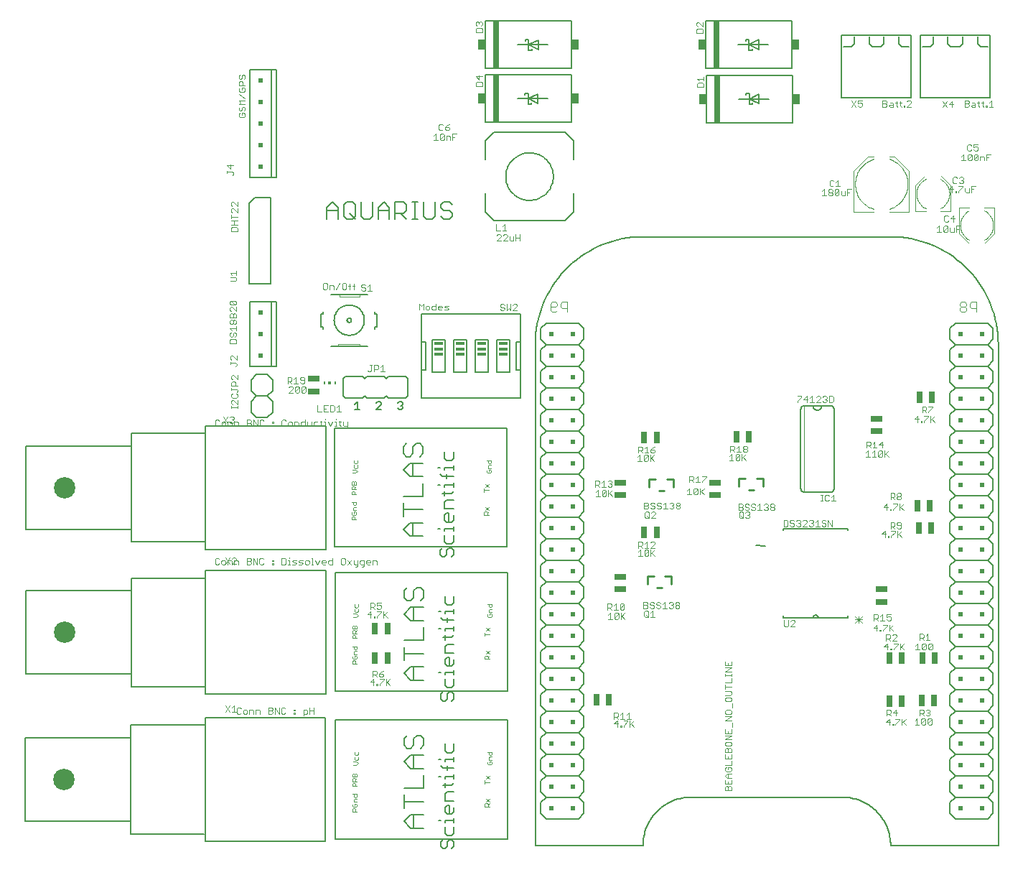
<source format=gto>
G75*
G70*
%OFA0B0*%
%FSLAX24Y24*%
%IPPOS*%
%LPD*%
%AMOC8*
5,1,8,0,0,1.08239X$1,22.5*
%
%ADD10C,0.0070*%
%ADD11C,0.0030*%
%ADD12C,0.0050*%
%ADD13R,0.0256X0.0551*%
%ADD14C,0.0060*%
%ADD15C,0.0040*%
%ADD16R,0.0200X0.0200*%
%ADD17C,0.0080*%
%ADD18C,0.0992*%
%ADD19C,0.0020*%
%ADD20R,0.0551X0.0256*%
%ADD21R,0.0300X0.2200*%
%ADD22R,0.0350X0.0500*%
%ADD23R,0.0400X0.0150*%
%ADD24C,0.0100*%
%ADD25R,0.0059X0.0118*%
%ADD26R,0.0118X0.0118*%
D10*
X021730Y049504D02*
X021730Y050031D01*
X021994Y050295D01*
X022257Y050031D01*
X022257Y049504D01*
X022522Y049636D02*
X022522Y050163D01*
X022654Y050295D01*
X022917Y050295D01*
X023049Y050163D01*
X023049Y049636D01*
X022917Y049504D01*
X022654Y049504D01*
X022522Y049636D01*
X022786Y049768D02*
X023049Y049504D01*
X023314Y049636D02*
X023446Y049504D01*
X023709Y049504D01*
X023841Y049636D01*
X023841Y050295D01*
X024106Y050031D02*
X024106Y049504D01*
X024106Y049899D02*
X024633Y049899D01*
X024633Y050031D02*
X024633Y049504D01*
X024898Y049504D02*
X024898Y050295D01*
X025293Y050295D01*
X025425Y050163D01*
X025425Y049899D01*
X025293Y049768D01*
X024898Y049768D01*
X025161Y049768D02*
X025425Y049504D01*
X025690Y049504D02*
X025953Y049504D01*
X025821Y049504D02*
X025821Y050295D01*
X025690Y050295D02*
X025953Y050295D01*
X026217Y050295D02*
X026217Y049636D01*
X026349Y049504D01*
X026613Y049504D01*
X026745Y049636D01*
X026745Y050295D01*
X027009Y050163D02*
X027009Y050031D01*
X027141Y049899D01*
X027405Y049899D01*
X027536Y049768D01*
X027536Y049636D01*
X027405Y049504D01*
X027141Y049504D01*
X027009Y049636D01*
X027009Y050163D02*
X027141Y050295D01*
X027405Y050295D01*
X027536Y050163D01*
X024633Y050031D02*
X024369Y050295D01*
X024106Y050031D01*
X023314Y050295D02*
X023314Y049636D01*
X022257Y049899D02*
X021730Y049899D01*
D11*
X021697Y046551D02*
X021745Y046503D01*
X021745Y046309D01*
X021697Y046261D01*
X021600Y046261D01*
X021552Y046309D01*
X021552Y046503D01*
X021600Y046551D01*
X021697Y046551D01*
X021846Y046454D02*
X021991Y046454D01*
X022040Y046406D01*
X022040Y046261D01*
X022141Y046261D02*
X022334Y046551D01*
X022436Y046503D02*
X022436Y046309D01*
X022484Y046261D01*
X022581Y046261D01*
X022629Y046309D01*
X022629Y046503D01*
X022581Y046551D01*
X022484Y046551D01*
X022436Y046503D01*
X022730Y046406D02*
X022827Y046406D01*
X022927Y046406D02*
X023023Y046406D01*
X022975Y046503D02*
X023023Y046551D01*
X022975Y046503D02*
X022975Y046261D01*
X022779Y046261D02*
X022779Y046503D01*
X022827Y046551D01*
X023332Y046429D02*
X023332Y046380D01*
X023381Y046332D01*
X023477Y046332D01*
X023526Y046284D01*
X023526Y046235D01*
X023477Y046187D01*
X023381Y046187D01*
X023332Y046235D01*
X023332Y046429D02*
X023381Y046477D01*
X023477Y046477D01*
X023526Y046429D01*
X023627Y046380D02*
X023724Y046477D01*
X023724Y046187D01*
X023820Y046187D02*
X023627Y046187D01*
X021846Y046261D02*
X021846Y046454D01*
X023728Y042731D02*
X023825Y042731D01*
X023777Y042731D02*
X023777Y042489D01*
X023728Y042441D01*
X023680Y042441D01*
X023632Y042489D01*
X023926Y042441D02*
X023926Y042731D01*
X024071Y042731D01*
X024120Y042683D01*
X024120Y042586D01*
X024071Y042538D01*
X023926Y042538D01*
X024221Y042634D02*
X024318Y042731D01*
X024318Y042441D01*
X024414Y042441D02*
X024221Y042441D01*
X022272Y040871D02*
X022272Y040581D01*
X022176Y040581D02*
X022369Y040581D01*
X022176Y040774D02*
X022272Y040871D01*
X022074Y040823D02*
X022026Y040871D01*
X021881Y040871D01*
X021881Y040581D01*
X022026Y040581D01*
X022074Y040629D01*
X022074Y040823D01*
X021780Y040871D02*
X021586Y040871D01*
X021586Y040581D01*
X021780Y040581D01*
X021683Y040726D02*
X021586Y040726D01*
X021485Y040581D02*
X021292Y040581D01*
X021292Y040871D01*
X021647Y040247D02*
X021647Y040199D01*
X021647Y040102D02*
X021647Y039908D01*
X021695Y039908D02*
X021598Y039908D01*
X021499Y039908D02*
X021450Y039957D01*
X021450Y040150D01*
X021402Y040102D02*
X021499Y040102D01*
X021598Y040102D02*
X021647Y040102D01*
X021795Y040102D02*
X021891Y039908D01*
X021988Y040102D01*
X022089Y040102D02*
X022138Y040102D01*
X022138Y039908D01*
X022186Y039908D02*
X022089Y039908D01*
X022334Y039957D02*
X022383Y039908D01*
X022334Y039957D02*
X022334Y040150D01*
X022286Y040102D02*
X022383Y040102D01*
X022482Y040102D02*
X022482Y039957D01*
X022531Y039908D01*
X022676Y039908D01*
X022676Y039860D02*
X022627Y039812D01*
X022579Y039812D01*
X022676Y039860D02*
X022676Y040102D01*
X022138Y040199D02*
X022138Y040247D01*
X021301Y040102D02*
X021156Y040102D01*
X021107Y040053D01*
X021107Y039957D01*
X021156Y039908D01*
X021301Y039908D01*
X021006Y039908D02*
X021006Y040102D01*
X020813Y040102D02*
X020813Y039957D01*
X020861Y039908D01*
X021006Y039908D01*
X020711Y039908D02*
X020566Y039908D01*
X020518Y039957D01*
X020518Y040053D01*
X020566Y040102D01*
X020711Y040102D01*
X020711Y040199D02*
X020711Y039908D01*
X020417Y039908D02*
X020417Y040053D01*
X020368Y040102D01*
X020223Y040102D01*
X020223Y039908D01*
X020122Y039957D02*
X020122Y040053D01*
X020074Y040102D01*
X019977Y040102D01*
X019929Y040053D01*
X019929Y039957D01*
X019977Y039908D01*
X020074Y039908D01*
X020122Y039957D01*
X019827Y039957D02*
X019779Y039908D01*
X019682Y039908D01*
X019634Y039957D01*
X019634Y040150D01*
X019682Y040199D01*
X019779Y040199D01*
X019827Y040150D01*
X019240Y040102D02*
X019240Y040053D01*
X019192Y040053D01*
X019192Y040102D01*
X019240Y040102D01*
X019240Y039957D02*
X019240Y039908D01*
X019192Y039908D01*
X019192Y039957D01*
X019240Y039957D01*
X018796Y039957D02*
X018748Y039908D01*
X018651Y039908D01*
X018603Y039957D01*
X018603Y040150D01*
X018651Y040199D01*
X018748Y040199D01*
X018796Y040150D01*
X018502Y040199D02*
X018502Y039908D01*
X018308Y040199D01*
X018308Y039908D01*
X018207Y039957D02*
X018159Y039908D01*
X018013Y039908D01*
X018013Y040199D01*
X018159Y040199D01*
X018207Y040150D01*
X018207Y040102D01*
X018159Y040053D01*
X018013Y040053D01*
X018159Y040053D02*
X018207Y040005D01*
X018207Y039957D01*
X017618Y039908D02*
X017618Y040053D01*
X017569Y040102D01*
X017424Y040102D01*
X017424Y039908D01*
X017323Y039908D02*
X017323Y040053D01*
X017275Y040102D01*
X017129Y040102D01*
X017129Y039908D01*
X017028Y039957D02*
X017028Y040053D01*
X016980Y040102D01*
X016883Y040102D01*
X016835Y040053D01*
X016835Y039957D01*
X016883Y039908D01*
X016980Y039908D01*
X017028Y039957D01*
X017111Y040058D02*
X016918Y040349D01*
X017111Y040349D02*
X016918Y040058D01*
X016734Y040150D02*
X016685Y040199D01*
X016588Y040199D01*
X016540Y040150D01*
X016540Y039957D01*
X016588Y039908D01*
X016685Y039908D01*
X016734Y039957D01*
X017212Y040107D02*
X017261Y040058D01*
X017357Y040058D01*
X017406Y040107D01*
X017406Y040155D01*
X017357Y040203D01*
X017309Y040203D01*
X017357Y040203D02*
X017406Y040252D01*
X017406Y040300D01*
X017357Y040349D01*
X017261Y040349D01*
X017212Y040300D01*
X017291Y040731D02*
X017291Y040828D01*
X017291Y040779D02*
X017582Y040779D01*
X017582Y040731D02*
X017582Y040828D01*
X017582Y040927D02*
X017388Y041121D01*
X017340Y041121D01*
X017291Y041073D01*
X017291Y040976D01*
X017340Y040927D01*
X017582Y040927D02*
X017582Y041121D01*
X017533Y041222D02*
X017582Y041270D01*
X017582Y041367D01*
X017533Y041416D01*
X017543Y041481D02*
X017592Y041529D01*
X017592Y041578D01*
X017543Y041626D01*
X017301Y041626D01*
X017301Y041578D02*
X017301Y041674D01*
X017301Y041776D02*
X017301Y041921D01*
X017350Y041969D01*
X017447Y041969D01*
X017495Y041921D01*
X017495Y041776D01*
X017592Y041776D02*
X017301Y041776D01*
X017350Y042070D02*
X017301Y042119D01*
X017301Y042215D01*
X017350Y042264D01*
X017398Y042264D01*
X017592Y042070D01*
X017592Y042264D01*
X017494Y042688D02*
X017542Y042736D01*
X017542Y042785D01*
X017494Y042833D01*
X017252Y042833D01*
X017252Y042785D02*
X017252Y042882D01*
X017300Y042983D02*
X017252Y043031D01*
X017252Y043128D01*
X017300Y043176D01*
X017349Y043176D01*
X017542Y042983D01*
X017542Y043176D01*
X017515Y043761D02*
X017515Y043906D01*
X017467Y043955D01*
X017274Y043955D01*
X017225Y043906D01*
X017225Y043761D01*
X017515Y043761D01*
X017467Y044056D02*
X017515Y044104D01*
X017515Y044201D01*
X017467Y044250D01*
X017419Y044250D01*
X017370Y044201D01*
X017370Y044104D01*
X017322Y044056D01*
X017274Y044056D01*
X017225Y044104D01*
X017225Y044201D01*
X017274Y044250D01*
X017322Y044351D02*
X017225Y044447D01*
X017515Y044447D01*
X017515Y044351D02*
X017515Y044544D01*
X017467Y044645D02*
X017419Y044645D01*
X017370Y044694D01*
X017370Y044790D01*
X017419Y044839D01*
X017467Y044839D01*
X017515Y044790D01*
X017515Y044694D01*
X017467Y044645D01*
X017370Y044694D02*
X017322Y044645D01*
X017274Y044645D01*
X017225Y044694D01*
X017225Y044790D01*
X017274Y044839D01*
X017322Y044839D01*
X017370Y044790D01*
X017370Y044940D02*
X017370Y045085D01*
X017419Y045133D01*
X017467Y045133D01*
X017515Y045085D01*
X017515Y044940D01*
X017225Y044940D01*
X017225Y045085D01*
X017274Y045133D01*
X017322Y045133D01*
X017370Y045085D01*
X017274Y045235D02*
X017225Y045283D01*
X017225Y045380D01*
X017274Y045428D01*
X017322Y045428D01*
X017515Y045235D01*
X017515Y045428D01*
X017467Y045529D02*
X017274Y045723D01*
X017467Y045723D01*
X017515Y045674D01*
X017515Y045578D01*
X017467Y045529D01*
X017274Y045529D01*
X017225Y045578D01*
X017225Y045674D01*
X017274Y045723D01*
X017235Y046631D02*
X017477Y046631D01*
X017525Y046679D01*
X017525Y046776D01*
X017477Y046824D01*
X017235Y046824D01*
X017332Y046925D02*
X017235Y047022D01*
X017525Y047022D01*
X017525Y046925D02*
X017525Y047119D01*
X017575Y048941D02*
X017575Y049086D01*
X017527Y049134D01*
X017334Y049134D01*
X017285Y049086D01*
X017285Y048941D01*
X017575Y048941D01*
X017575Y049235D02*
X017285Y049235D01*
X017430Y049235D02*
X017430Y049429D01*
X017285Y049429D02*
X017575Y049429D01*
X017575Y049627D02*
X017285Y049627D01*
X017285Y049530D02*
X017285Y049724D01*
X017334Y049825D02*
X017285Y049873D01*
X017285Y049970D01*
X017334Y050018D01*
X017382Y050018D01*
X017575Y049825D01*
X017575Y050018D01*
X017575Y050119D02*
X017382Y050313D01*
X017334Y050313D01*
X017285Y050264D01*
X017285Y050168D01*
X017334Y050119D01*
X017575Y050119D02*
X017575Y050313D01*
X017335Y051560D02*
X017383Y051608D01*
X017383Y051657D01*
X017335Y051705D01*
X017093Y051705D01*
X017093Y051657D02*
X017093Y051753D01*
X017238Y051855D02*
X017238Y052048D01*
X017093Y052000D02*
X017238Y051855D01*
X017383Y052000D02*
X017093Y052000D01*
X017685Y054238D02*
X017878Y054238D01*
X017926Y054287D01*
X017926Y054383D01*
X017878Y054432D01*
X017781Y054432D01*
X017781Y054335D01*
X017685Y054238D02*
X017636Y054287D01*
X017636Y054383D01*
X017685Y054432D01*
X017685Y054533D02*
X017733Y054533D01*
X017781Y054581D01*
X017781Y054678D01*
X017830Y054726D01*
X017878Y054726D01*
X017926Y054678D01*
X017926Y054581D01*
X017878Y054533D01*
X017685Y054533D02*
X017636Y054581D01*
X017636Y054678D01*
X017685Y054726D01*
X017636Y054828D02*
X017733Y054924D01*
X017636Y055021D01*
X017926Y055021D01*
X017926Y055122D02*
X017636Y055316D01*
X017685Y055417D02*
X017878Y055417D01*
X017926Y055465D01*
X017926Y055562D01*
X017878Y055610D01*
X017781Y055610D01*
X017781Y055514D01*
X017685Y055610D02*
X017636Y055562D01*
X017636Y055465D01*
X017685Y055417D01*
X017636Y055712D02*
X017636Y055857D01*
X017685Y055905D01*
X017781Y055905D01*
X017830Y055857D01*
X017830Y055712D01*
X017926Y055712D02*
X017636Y055712D01*
X017685Y056006D02*
X017733Y056006D01*
X017781Y056055D01*
X017781Y056151D01*
X017830Y056200D01*
X017878Y056200D01*
X017926Y056151D01*
X017926Y056055D01*
X017878Y056006D01*
X017685Y056006D02*
X017636Y056055D01*
X017636Y056151D01*
X017685Y056200D01*
X017636Y054828D02*
X017926Y054828D01*
X026683Y053370D02*
X026779Y053466D01*
X026779Y053176D01*
X026683Y053176D02*
X026876Y053176D01*
X026977Y053224D02*
X027171Y053418D01*
X027171Y053224D01*
X027122Y053176D01*
X027026Y053176D01*
X026977Y053224D01*
X026977Y053418D01*
X027026Y053466D01*
X027122Y053466D01*
X027171Y053418D01*
X027272Y053370D02*
X027417Y053370D01*
X027465Y053321D01*
X027465Y053176D01*
X027566Y053176D02*
X027566Y053466D01*
X027760Y053466D01*
X027663Y053321D02*
X027566Y053321D01*
X027272Y053370D02*
X027272Y053176D01*
X027274Y053636D02*
X027226Y053684D01*
X027226Y053781D01*
X027371Y053781D01*
X027420Y053733D01*
X027420Y053684D01*
X027371Y053636D01*
X027274Y053636D01*
X027226Y053781D02*
X027323Y053878D01*
X027420Y053926D01*
X027125Y053878D02*
X027077Y053926D01*
X026980Y053926D01*
X026931Y053878D01*
X026931Y053684D01*
X026980Y053636D01*
X027077Y053636D01*
X027125Y053684D01*
X028651Y055691D02*
X028651Y055836D01*
X028700Y055884D01*
X028893Y055884D01*
X028942Y055836D01*
X028942Y055691D01*
X028651Y055691D01*
X028797Y055986D02*
X028797Y056179D01*
X028942Y056131D02*
X028651Y056131D01*
X028797Y055986D01*
X028651Y058185D02*
X028942Y058185D01*
X028942Y058331D01*
X028893Y058379D01*
X028700Y058379D01*
X028651Y058331D01*
X028651Y058185D01*
X028700Y058480D02*
X028651Y058528D01*
X028651Y058625D01*
X028700Y058674D01*
X028748Y058674D01*
X028797Y058625D01*
X028845Y058674D01*
X028893Y058674D01*
X028942Y058625D01*
X028942Y058528D01*
X028893Y058480D01*
X028797Y058577D02*
X028797Y058625D01*
X029579Y049271D02*
X029579Y048981D01*
X029772Y048981D01*
X029874Y048981D02*
X030067Y048981D01*
X029970Y048981D02*
X029970Y049271D01*
X029874Y049174D01*
X029958Y048801D02*
X029910Y048753D01*
X029958Y048801D02*
X030055Y048801D01*
X030103Y048753D01*
X030103Y048705D01*
X029910Y048511D01*
X030103Y048511D01*
X030204Y048560D02*
X030253Y048511D01*
X030398Y048511D01*
X030398Y048705D01*
X030499Y048656D02*
X030692Y048656D01*
X030692Y048801D02*
X030692Y048511D01*
X030499Y048511D02*
X030499Y048801D01*
X030204Y048705D02*
X030204Y048560D01*
X029809Y048511D02*
X029615Y048511D01*
X029809Y048705D01*
X029809Y048753D01*
X029760Y048801D01*
X029663Y048801D01*
X029615Y048753D01*
X029826Y045571D02*
X029778Y045523D01*
X029778Y045474D01*
X029826Y045426D01*
X029923Y045426D01*
X029971Y045378D01*
X029971Y045329D01*
X029923Y045281D01*
X029826Y045281D01*
X029778Y045329D01*
X029826Y045571D02*
X029923Y045571D01*
X029971Y045523D01*
X030072Y045571D02*
X030072Y045281D01*
X030169Y045378D01*
X030266Y045281D01*
X030266Y045571D01*
X030367Y045523D02*
X030415Y045571D01*
X030512Y045571D01*
X030560Y045523D01*
X030560Y045474D01*
X030367Y045281D01*
X030560Y045281D01*
X027380Y045349D02*
X027332Y045398D01*
X027235Y045398D01*
X027187Y045446D01*
X027235Y045494D01*
X027380Y045494D01*
X027380Y045349D02*
X027332Y045301D01*
X027187Y045301D01*
X027086Y045398D02*
X026892Y045398D01*
X026892Y045446D02*
X026941Y045494D01*
X027037Y045494D01*
X027086Y045446D01*
X027086Y045398D01*
X027037Y045301D02*
X026941Y045301D01*
X026892Y045349D01*
X026892Y045446D01*
X026791Y045494D02*
X026646Y045494D01*
X026598Y045446D01*
X026598Y045349D01*
X026646Y045301D01*
X026791Y045301D01*
X026791Y045591D01*
X026497Y045446D02*
X026448Y045494D01*
X026351Y045494D01*
X026303Y045446D01*
X026303Y045349D01*
X026351Y045301D01*
X026448Y045301D01*
X026497Y045349D01*
X026497Y045446D01*
X026202Y045591D02*
X026202Y045301D01*
X026008Y045301D02*
X026008Y045591D01*
X026105Y045494D01*
X026202Y045591D01*
X020684Y042133D02*
X020636Y042181D01*
X020539Y042181D01*
X020491Y042133D01*
X020491Y042084D01*
X020539Y042036D01*
X020684Y042036D01*
X020684Y041939D02*
X020684Y042133D01*
X020684Y041939D02*
X020636Y041891D01*
X020539Y041891D01*
X020491Y041939D01*
X020390Y041891D02*
X020196Y041891D01*
X020293Y041891D02*
X020293Y042181D01*
X020196Y042084D01*
X020095Y042036D02*
X020047Y041988D01*
X019902Y041988D01*
X019998Y041988D02*
X020095Y041891D01*
X020107Y041751D02*
X020010Y041751D01*
X019962Y041703D01*
X020107Y041751D02*
X020155Y041703D01*
X020155Y041654D01*
X019962Y041461D01*
X020155Y041461D01*
X020256Y041509D02*
X020450Y041703D01*
X020450Y041509D01*
X020401Y041461D01*
X020305Y041461D01*
X020256Y041509D01*
X020256Y041703D01*
X020305Y041751D01*
X020401Y041751D01*
X020450Y041703D01*
X020551Y041703D02*
X020599Y041751D01*
X020696Y041751D01*
X020744Y041703D01*
X020551Y041509D01*
X020599Y041461D01*
X020696Y041461D01*
X020744Y041509D01*
X020744Y041703D01*
X020551Y041703D02*
X020551Y041509D01*
X020095Y042036D02*
X020095Y042133D01*
X020047Y042181D01*
X019902Y042181D01*
X019902Y041891D01*
X017533Y041222D02*
X017340Y041222D01*
X017291Y041270D01*
X017291Y041367D01*
X017340Y041416D01*
X017371Y033809D02*
X017323Y033760D01*
X017371Y033809D02*
X017468Y033809D01*
X017516Y033760D01*
X017516Y033712D01*
X017323Y033518D01*
X017516Y033518D01*
X017420Y033488D02*
X017420Y033682D01*
X017565Y033682D01*
X017613Y033633D01*
X017613Y033488D01*
X017318Y033488D02*
X017318Y033633D01*
X017270Y033682D01*
X017125Y033682D01*
X017125Y033488D01*
X017222Y033518D02*
X017028Y033809D01*
X016975Y033682D02*
X016879Y033682D01*
X016830Y033633D01*
X016830Y033537D01*
X016879Y033488D01*
X016975Y033488D01*
X017024Y033537D01*
X017024Y033633D01*
X016975Y033682D01*
X017028Y033518D02*
X017222Y033809D01*
X016729Y033730D02*
X016681Y033779D01*
X016584Y033779D01*
X016536Y033730D01*
X016536Y033537D01*
X016584Y033488D01*
X016681Y033488D01*
X016729Y033537D01*
X018009Y033488D02*
X018154Y033488D01*
X018202Y033537D01*
X018202Y033585D01*
X018154Y033633D01*
X018009Y033633D01*
X018009Y033488D02*
X018009Y033779D01*
X018154Y033779D01*
X018202Y033730D01*
X018202Y033682D01*
X018154Y033633D01*
X018303Y033488D02*
X018303Y033779D01*
X018497Y033488D01*
X018497Y033779D01*
X018598Y033730D02*
X018598Y033537D01*
X018646Y033488D01*
X018743Y033488D01*
X018792Y033537D01*
X018792Y033730D02*
X018743Y033779D01*
X018646Y033779D01*
X018598Y033730D01*
X019187Y033682D02*
X019187Y033633D01*
X019236Y033633D01*
X019236Y033682D01*
X019187Y033682D01*
X019187Y033537D02*
X019187Y033488D01*
X019236Y033488D01*
X019236Y033537D01*
X019187Y033537D01*
X019629Y033488D02*
X019775Y033488D01*
X019823Y033537D01*
X019823Y033730D01*
X019775Y033779D01*
X019629Y033779D01*
X019629Y033488D01*
X019924Y033488D02*
X020021Y033488D01*
X019972Y033488D02*
X019972Y033682D01*
X019924Y033682D01*
X019972Y033779D02*
X019972Y033827D01*
X020120Y033633D02*
X020169Y033682D01*
X020314Y033682D01*
X020266Y033585D02*
X020314Y033537D01*
X020266Y033488D01*
X020120Y033488D01*
X020169Y033585D02*
X020120Y033633D01*
X020169Y033585D02*
X020266Y033585D01*
X020415Y033633D02*
X020464Y033682D01*
X020609Y033682D01*
X020560Y033585D02*
X020464Y033585D01*
X020415Y033633D01*
X020415Y033488D02*
X020560Y033488D01*
X020609Y033537D01*
X020560Y033585D01*
X020710Y033537D02*
X020758Y033488D01*
X020855Y033488D01*
X020903Y033537D01*
X020903Y033633D01*
X020855Y033682D01*
X020758Y033682D01*
X020710Y033633D01*
X020710Y033537D01*
X021004Y033488D02*
X021101Y033488D01*
X021053Y033488D02*
X021053Y033779D01*
X021004Y033779D01*
X021201Y033682D02*
X021298Y033488D01*
X021394Y033682D01*
X021496Y033633D02*
X021544Y033682D01*
X021641Y033682D01*
X021689Y033633D01*
X021689Y033585D01*
X021496Y033585D01*
X021496Y033537D02*
X021496Y033633D01*
X021496Y033537D02*
X021544Y033488D01*
X021641Y033488D01*
X021790Y033537D02*
X021790Y033633D01*
X021839Y033682D01*
X021984Y033682D01*
X021984Y033779D02*
X021984Y033488D01*
X021839Y033488D01*
X021790Y033537D01*
X022379Y033537D02*
X022428Y033488D01*
X022525Y033488D01*
X022573Y033537D01*
X022573Y033730D01*
X022525Y033779D01*
X022428Y033779D01*
X022379Y033730D01*
X022379Y033537D01*
X022674Y033488D02*
X022868Y033682D01*
X022969Y033682D02*
X022969Y033537D01*
X023017Y033488D01*
X023162Y033488D01*
X023162Y033440D02*
X023114Y033392D01*
X023066Y033392D01*
X023162Y033440D02*
X023162Y033682D01*
X023263Y033633D02*
X023263Y033537D01*
X023312Y033488D01*
X023457Y033488D01*
X023457Y033440D02*
X023457Y033682D01*
X023312Y033682D01*
X023263Y033633D01*
X023360Y033392D02*
X023409Y033392D01*
X023457Y033440D01*
X023558Y033537D02*
X023558Y033633D01*
X023606Y033682D01*
X023703Y033682D01*
X023752Y033633D01*
X023752Y033585D01*
X023558Y033585D01*
X023558Y033537D02*
X023606Y033488D01*
X023703Y033488D01*
X023853Y033488D02*
X023853Y033682D01*
X023998Y033682D01*
X024046Y033633D01*
X024046Y033488D01*
X022868Y033488D02*
X022674Y033682D01*
X023750Y031707D02*
X023895Y031707D01*
X023943Y031659D01*
X023943Y031562D01*
X023895Y031513D01*
X023750Y031513D01*
X023750Y031417D02*
X023750Y031707D01*
X023846Y031513D02*
X023943Y031417D01*
X024044Y031465D02*
X024093Y031417D01*
X024190Y031417D01*
X024238Y031465D01*
X024238Y031562D01*
X024190Y031610D01*
X024141Y031610D01*
X024044Y031562D01*
X024044Y031707D01*
X024238Y031707D01*
X024243Y031317D02*
X024243Y031269D01*
X024050Y031075D01*
X024050Y031027D01*
X023951Y031027D02*
X023902Y031027D01*
X023902Y031075D01*
X023951Y031075D01*
X023951Y031027D01*
X023753Y031027D02*
X023753Y031317D01*
X023608Y031172D01*
X023801Y031172D01*
X024050Y031317D02*
X024243Y031317D01*
X024344Y031317D02*
X024344Y031027D01*
X024344Y031123D02*
X024538Y031317D01*
X024393Y031172D02*
X024538Y031027D01*
X024348Y028561D02*
X024251Y028513D01*
X024154Y028416D01*
X024300Y028416D01*
X024348Y028368D01*
X024348Y028319D01*
X024300Y028271D01*
X024203Y028271D01*
X024154Y028319D01*
X024154Y028416D01*
X024053Y028416D02*
X024005Y028368D01*
X023860Y028368D01*
X023956Y028368D02*
X024053Y028271D01*
X024053Y028416D02*
X024053Y028513D01*
X024005Y028561D01*
X023860Y028561D01*
X023860Y028271D01*
X023883Y028181D02*
X023738Y028036D01*
X023931Y028036D01*
X024032Y027939D02*
X024081Y027939D01*
X024081Y027891D01*
X024032Y027891D01*
X024032Y027939D01*
X024180Y027939D02*
X024180Y027891D01*
X024180Y027939D02*
X024373Y028133D01*
X024373Y028181D01*
X024180Y028181D01*
X024474Y028181D02*
X024474Y027891D01*
X024474Y027988D02*
X024668Y028181D01*
X024523Y028036D02*
X024668Y027891D01*
X023883Y027891D02*
X023883Y028181D01*
X021126Y026849D02*
X021126Y026558D01*
X021126Y026703D02*
X020933Y026703D01*
X020831Y026703D02*
X020831Y026607D01*
X020783Y026558D01*
X020638Y026558D01*
X020638Y026462D02*
X020638Y026752D01*
X020783Y026752D01*
X020831Y026703D01*
X020933Y026558D02*
X020933Y026849D01*
X020244Y026752D02*
X020244Y026703D01*
X020196Y026703D01*
X020196Y026752D01*
X020244Y026752D01*
X020244Y026607D02*
X020244Y026558D01*
X020196Y026558D01*
X020196Y026607D01*
X020244Y026607D01*
X019800Y026607D02*
X019752Y026558D01*
X019655Y026558D01*
X019607Y026607D01*
X019607Y026800D01*
X019655Y026849D01*
X019752Y026849D01*
X019800Y026800D01*
X019505Y026849D02*
X019505Y026558D01*
X019312Y026849D01*
X019312Y026558D01*
X019211Y026607D02*
X019162Y026558D01*
X019017Y026558D01*
X019017Y026849D01*
X019162Y026849D01*
X019211Y026800D01*
X019211Y026752D01*
X019162Y026703D01*
X019017Y026703D01*
X019162Y026703D02*
X019211Y026655D01*
X019211Y026607D01*
X018621Y026558D02*
X018621Y026703D01*
X018573Y026752D01*
X018428Y026752D01*
X018428Y026558D01*
X018327Y026558D02*
X018327Y026703D01*
X018278Y026752D01*
X018133Y026752D01*
X018133Y026558D01*
X018032Y026607D02*
X018032Y026703D01*
X017984Y026752D01*
X017887Y026752D01*
X017839Y026703D01*
X017839Y026607D01*
X017887Y026558D01*
X017984Y026558D01*
X018032Y026607D01*
X017738Y026607D02*
X017689Y026558D01*
X017592Y026558D01*
X017544Y026607D01*
X017544Y026800D01*
X017592Y026849D01*
X017689Y026849D01*
X017738Y026800D01*
X017506Y026648D02*
X017313Y026648D01*
X017409Y026648D02*
X017409Y026939D01*
X017313Y026842D01*
X017211Y026939D02*
X017018Y026648D01*
X017211Y026648D02*
X017018Y026939D01*
X034212Y036661D02*
X034405Y036661D01*
X034308Y036661D02*
X034308Y036951D01*
X034212Y036854D01*
X034182Y037091D02*
X034182Y037381D01*
X034327Y037381D01*
X034375Y037333D01*
X034375Y037236D01*
X034327Y037188D01*
X034182Y037188D01*
X034278Y037188D02*
X034375Y037091D01*
X034476Y037091D02*
X034670Y037091D01*
X034573Y037091D02*
X034573Y037381D01*
X034476Y037284D01*
X034771Y037333D02*
X034819Y037381D01*
X034916Y037381D01*
X034964Y037333D01*
X034964Y037284D01*
X034916Y037236D01*
X034964Y037188D01*
X034964Y037139D01*
X034916Y037091D01*
X034819Y037091D01*
X034771Y037139D01*
X034868Y037236D02*
X034916Y037236D01*
X034994Y036951D02*
X034801Y036758D01*
X034849Y036806D02*
X034994Y036661D01*
X034801Y036661D02*
X034801Y036951D01*
X034700Y036903D02*
X034506Y036709D01*
X034555Y036661D01*
X034651Y036661D01*
X034700Y036709D01*
X034700Y036903D01*
X034651Y036951D01*
X034555Y036951D01*
X034506Y036903D01*
X034506Y036709D01*
X036148Y038291D02*
X036341Y038291D01*
X036244Y038291D02*
X036244Y038581D01*
X036148Y038484D01*
X036178Y038671D02*
X036178Y038961D01*
X036323Y038961D01*
X036371Y038913D01*
X036371Y038816D01*
X036323Y038768D01*
X036178Y038768D01*
X036274Y038768D02*
X036371Y038671D01*
X036472Y038671D02*
X036666Y038671D01*
X036569Y038671D02*
X036569Y038961D01*
X036472Y038864D01*
X036491Y038581D02*
X036587Y038581D01*
X036636Y038533D01*
X036442Y038339D01*
X036491Y038291D01*
X036587Y038291D01*
X036636Y038339D01*
X036636Y038533D01*
X036737Y038581D02*
X036737Y038291D01*
X036737Y038388D02*
X036930Y038581D01*
X036912Y038671D02*
X036815Y038671D01*
X036767Y038719D01*
X036767Y038816D01*
X036912Y038816D01*
X036960Y038768D01*
X036960Y038719D01*
X036912Y038671D01*
X036767Y038816D02*
X036864Y038913D01*
X036960Y038961D01*
X036785Y038436D02*
X036930Y038291D01*
X036442Y038339D02*
X036442Y038533D01*
X036491Y038581D01*
X036462Y036361D02*
X036607Y036361D01*
X036655Y036313D01*
X036655Y036264D01*
X036607Y036216D01*
X036462Y036216D01*
X036607Y036216D02*
X036655Y036168D01*
X036655Y036119D01*
X036607Y036071D01*
X036462Y036071D01*
X036462Y036361D01*
X036756Y036313D02*
X036756Y036264D01*
X036805Y036216D01*
X036901Y036216D01*
X036950Y036168D01*
X036950Y036119D01*
X036901Y036071D01*
X036805Y036071D01*
X036756Y036119D01*
X036756Y036313D02*
X036805Y036361D01*
X036901Y036361D01*
X036950Y036313D01*
X037051Y036313D02*
X037051Y036264D01*
X037099Y036216D01*
X037196Y036216D01*
X037244Y036168D01*
X037244Y036119D01*
X037196Y036071D01*
X037099Y036071D01*
X037051Y036119D01*
X037051Y036313D02*
X037099Y036361D01*
X037196Y036361D01*
X037244Y036313D01*
X037346Y036264D02*
X037442Y036361D01*
X037442Y036071D01*
X037346Y036071D02*
X037539Y036071D01*
X037640Y036119D02*
X037689Y036071D01*
X037785Y036071D01*
X037834Y036119D01*
X037834Y036168D01*
X037785Y036216D01*
X037737Y036216D01*
X037785Y036216D02*
X037834Y036264D01*
X037834Y036313D01*
X037785Y036361D01*
X037689Y036361D01*
X037640Y036313D01*
X037935Y036313D02*
X037935Y036264D01*
X037983Y036216D01*
X038080Y036216D01*
X038128Y036168D01*
X038128Y036119D01*
X038080Y036071D01*
X037983Y036071D01*
X037935Y036119D01*
X037935Y036168D01*
X037983Y036216D01*
X038080Y036216D02*
X038128Y036264D01*
X038128Y036313D01*
X038080Y036361D01*
X037983Y036361D01*
X037935Y036313D01*
X038458Y036731D02*
X038651Y036731D01*
X038554Y036731D02*
X038554Y037021D01*
X038458Y036924D01*
X038752Y036973D02*
X038801Y037021D01*
X038897Y037021D01*
X038946Y036973D01*
X038752Y036779D01*
X038801Y036731D01*
X038897Y036731D01*
X038946Y036779D01*
X038946Y036973D01*
X039047Y037021D02*
X039047Y036731D01*
X039047Y036828D02*
X039240Y037021D01*
X039095Y036876D02*
X039240Y036731D01*
X038752Y036779D02*
X038752Y036973D01*
X038755Y037301D02*
X038658Y037398D01*
X038707Y037398D02*
X038562Y037398D01*
X038562Y037301D02*
X038562Y037591D01*
X038707Y037591D01*
X038755Y037543D01*
X038755Y037446D01*
X038707Y037398D01*
X038856Y037494D02*
X038953Y037591D01*
X038953Y037301D01*
X038856Y037301D02*
X039050Y037301D01*
X039151Y037301D02*
X039151Y037349D01*
X039344Y037543D01*
X039344Y037591D01*
X039151Y037591D01*
X040408Y038321D02*
X040601Y038321D01*
X040504Y038321D02*
X040504Y038611D01*
X040408Y038514D01*
X040468Y038701D02*
X040468Y038991D01*
X040613Y038991D01*
X040661Y038943D01*
X040661Y038846D01*
X040613Y038798D01*
X040468Y038798D01*
X040564Y038798D02*
X040661Y038701D01*
X040762Y038701D02*
X040956Y038701D01*
X040859Y038701D02*
X040859Y038991D01*
X040762Y038894D01*
X040751Y038611D02*
X040847Y038611D01*
X040896Y038563D01*
X040702Y038369D01*
X040751Y038321D01*
X040847Y038321D01*
X040896Y038369D01*
X040896Y038563D01*
X040997Y038611D02*
X040997Y038321D01*
X040997Y038418D02*
X041190Y038611D01*
X041202Y038701D02*
X041105Y038701D01*
X041057Y038749D01*
X041057Y038798D01*
X041105Y038846D01*
X041202Y038846D01*
X041250Y038798D01*
X041250Y038749D01*
X041202Y038701D01*
X041202Y038846D02*
X041250Y038894D01*
X041250Y038943D01*
X041202Y038991D01*
X041105Y038991D01*
X041057Y038943D01*
X041057Y038894D01*
X041105Y038846D01*
X041045Y038466D02*
X041190Y038321D01*
X040702Y038369D02*
X040702Y038563D01*
X040751Y038611D01*
X040842Y036301D02*
X040987Y036301D01*
X041035Y036253D01*
X041035Y036204D01*
X040987Y036156D01*
X040842Y036156D01*
X040987Y036156D02*
X041035Y036108D01*
X041035Y036059D01*
X040987Y036011D01*
X040842Y036011D01*
X040842Y036301D01*
X041136Y036253D02*
X041136Y036204D01*
X041185Y036156D01*
X041281Y036156D01*
X041330Y036108D01*
X041330Y036059D01*
X041281Y036011D01*
X041185Y036011D01*
X041136Y036059D01*
X041215Y035931D02*
X041311Y035931D01*
X041360Y035883D01*
X041360Y035834D01*
X041311Y035786D01*
X041360Y035738D01*
X041360Y035689D01*
X041311Y035641D01*
X041215Y035641D01*
X041166Y035689D01*
X041065Y035689D02*
X041017Y035641D01*
X040920Y035641D01*
X040872Y035689D01*
X040872Y035883D01*
X040920Y035931D01*
X041017Y035931D01*
X041065Y035883D01*
X041065Y035689D01*
X041065Y035641D02*
X040968Y035738D01*
X041166Y035883D02*
X041215Y035931D01*
X041263Y035786D02*
X041311Y035786D01*
X041479Y036011D02*
X041431Y036059D01*
X041479Y036011D02*
X041576Y036011D01*
X041624Y036059D01*
X041624Y036108D01*
X041576Y036156D01*
X041479Y036156D01*
X041431Y036204D01*
X041431Y036253D01*
X041479Y036301D01*
X041576Y036301D01*
X041624Y036253D01*
X041726Y036204D02*
X041822Y036301D01*
X041822Y036011D01*
X041726Y036011D02*
X041919Y036011D01*
X042020Y036059D02*
X042069Y036011D01*
X042165Y036011D01*
X042214Y036059D01*
X042214Y036108D01*
X042165Y036156D01*
X042117Y036156D01*
X042165Y036156D02*
X042214Y036204D01*
X042214Y036253D01*
X042165Y036301D01*
X042069Y036301D01*
X042020Y036253D01*
X042315Y036253D02*
X042315Y036204D01*
X042363Y036156D01*
X042460Y036156D01*
X042508Y036108D01*
X042508Y036059D01*
X042460Y036011D01*
X042363Y036011D01*
X042315Y036059D01*
X042315Y036108D01*
X042363Y036156D01*
X042460Y036156D02*
X042508Y036204D01*
X042508Y036253D01*
X042460Y036301D01*
X042363Y036301D01*
X042315Y036253D01*
X042935Y035549D02*
X043080Y035549D01*
X043129Y035501D01*
X043129Y035307D01*
X043080Y035259D01*
X042935Y035259D01*
X042935Y035549D01*
X043230Y035501D02*
X043230Y035453D01*
X043278Y035404D01*
X043375Y035404D01*
X043423Y035356D01*
X043423Y035307D01*
X043375Y035259D01*
X043278Y035259D01*
X043230Y035307D01*
X043230Y035501D02*
X043278Y035549D01*
X043375Y035549D01*
X043423Y035501D01*
X043524Y035501D02*
X043573Y035549D01*
X043669Y035549D01*
X043718Y035501D01*
X043718Y035453D01*
X043669Y035404D01*
X043718Y035356D01*
X043718Y035307D01*
X043669Y035259D01*
X043573Y035259D01*
X043524Y035307D01*
X043621Y035404D02*
X043669Y035404D01*
X043819Y035501D02*
X043867Y035549D01*
X043964Y035549D01*
X044012Y035501D01*
X044012Y035453D01*
X043819Y035259D01*
X044012Y035259D01*
X044114Y035307D02*
X044162Y035259D01*
X044259Y035259D01*
X044307Y035307D01*
X044307Y035356D01*
X044259Y035404D01*
X044210Y035404D01*
X044259Y035404D02*
X044307Y035453D01*
X044307Y035501D01*
X044259Y035549D01*
X044162Y035549D01*
X044114Y035501D01*
X044408Y035453D02*
X044505Y035549D01*
X044505Y035259D01*
X044408Y035259D02*
X044602Y035259D01*
X044703Y035307D02*
X044751Y035259D01*
X044848Y035259D01*
X044896Y035307D01*
X044896Y035356D01*
X044848Y035404D01*
X044751Y035404D01*
X044703Y035453D01*
X044703Y035501D01*
X044751Y035549D01*
X044848Y035549D01*
X044896Y035501D01*
X044998Y035549D02*
X045191Y035259D01*
X045191Y035549D01*
X044998Y035549D02*
X044998Y035259D01*
X045000Y036428D02*
X045048Y036476D01*
X045000Y036428D02*
X044903Y036428D01*
X044855Y036476D01*
X044855Y036670D01*
X044903Y036718D01*
X045000Y036718D01*
X045048Y036670D01*
X045149Y036621D02*
X045246Y036718D01*
X045246Y036428D01*
X045149Y036428D02*
X045343Y036428D01*
X044755Y036428D02*
X044658Y036428D01*
X044707Y036428D02*
X044707Y036718D01*
X044755Y036718D02*
X044658Y036718D01*
X046744Y038472D02*
X046938Y038472D01*
X046841Y038472D02*
X046841Y038762D01*
X046744Y038666D01*
X046775Y038900D02*
X046775Y039190D01*
X046920Y039190D01*
X046969Y039142D01*
X046969Y039045D01*
X046920Y038997D01*
X046775Y038997D01*
X046872Y038997D02*
X046969Y038900D01*
X047070Y038900D02*
X047263Y038900D01*
X047166Y038900D02*
X047166Y039190D01*
X047070Y039093D01*
X047364Y039045D02*
X047558Y039045D01*
X047509Y038900D02*
X047509Y039190D01*
X047364Y039045D01*
X047382Y038762D02*
X047479Y038762D01*
X047527Y038714D01*
X047334Y038520D01*
X047382Y038472D01*
X047479Y038472D01*
X047527Y038520D01*
X047527Y038714D01*
X047628Y038762D02*
X047628Y038472D01*
X047628Y038569D02*
X047822Y038762D01*
X047677Y038617D02*
X047822Y038472D01*
X047334Y038520D02*
X047334Y038714D01*
X047382Y038762D01*
X047136Y038762D02*
X047136Y038472D01*
X047232Y038472D02*
X047039Y038472D01*
X047039Y038666D02*
X047136Y038762D01*
X049020Y040236D02*
X049214Y040236D01*
X049315Y040139D02*
X049363Y040139D01*
X049363Y040091D01*
X049315Y040091D01*
X049315Y040139D01*
X049462Y040139D02*
X049462Y040091D01*
X049462Y040139D02*
X049656Y040333D01*
X049656Y040381D01*
X049462Y040381D01*
X049372Y040531D02*
X049372Y040821D01*
X049517Y040821D01*
X049566Y040773D01*
X049566Y040676D01*
X049517Y040628D01*
X049372Y040628D01*
X049469Y040628D02*
X049566Y040531D01*
X049667Y040531D02*
X049667Y040579D01*
X049860Y040773D01*
X049860Y040821D01*
X049667Y040821D01*
X049757Y040381D02*
X049757Y040091D01*
X049757Y040188D02*
X049950Y040381D01*
X049805Y040236D02*
X049950Y040091D01*
X049165Y040091D02*
X049165Y040381D01*
X049020Y040236D01*
X048342Y036801D02*
X048390Y036753D01*
X048390Y036704D01*
X048342Y036656D01*
X048245Y036656D01*
X048197Y036704D01*
X048197Y036753D01*
X048245Y036801D01*
X048342Y036801D01*
X048342Y036656D02*
X048390Y036608D01*
X048390Y036559D01*
X048342Y036511D01*
X048245Y036511D01*
X048197Y036559D01*
X048197Y036608D01*
X048245Y036656D01*
X048096Y036656D02*
X048047Y036608D01*
X047902Y036608D01*
X047902Y036511D02*
X047902Y036801D01*
X048047Y036801D01*
X048096Y036753D01*
X048096Y036656D01*
X047999Y036608D02*
X048096Y036511D01*
X048022Y036301D02*
X048216Y036301D01*
X048216Y036253D01*
X048022Y036059D01*
X048022Y036011D01*
X047923Y036011D02*
X047875Y036011D01*
X047875Y036059D01*
X047923Y036059D01*
X047923Y036011D01*
X047725Y036011D02*
X047725Y036301D01*
X047580Y036156D01*
X047774Y036156D01*
X048317Y036108D02*
X048510Y036301D01*
X048317Y036301D02*
X048317Y036011D01*
X048365Y036156D02*
X048510Y036011D01*
X048342Y035451D02*
X048245Y035451D01*
X048197Y035403D01*
X048197Y035354D01*
X048245Y035306D01*
X048390Y035306D01*
X048390Y035209D02*
X048390Y035403D01*
X048342Y035451D01*
X048390Y035209D02*
X048342Y035161D01*
X048245Y035161D01*
X048197Y035209D01*
X048096Y035161D02*
X047999Y035258D01*
X048047Y035258D02*
X047902Y035258D01*
X047902Y035161D02*
X047902Y035451D01*
X048047Y035451D01*
X048096Y035403D01*
X048096Y035306D01*
X048047Y035258D01*
X048126Y035041D02*
X047932Y035041D01*
X048126Y035041D02*
X048126Y034993D01*
X047932Y034799D01*
X047932Y034751D01*
X047833Y034751D02*
X047785Y034751D01*
X047785Y034799D01*
X047833Y034799D01*
X047833Y034751D01*
X047635Y034751D02*
X047635Y035041D01*
X047490Y034896D01*
X047684Y034896D01*
X048227Y034848D02*
X048420Y035041D01*
X048227Y035041D02*
X048227Y034751D01*
X048275Y034896D02*
X048420Y034751D01*
X047917Y031184D02*
X047724Y031184D01*
X047724Y031038D01*
X047820Y031087D01*
X047869Y031087D01*
X047917Y031038D01*
X047917Y030942D01*
X047869Y030893D01*
X047772Y030893D01*
X047724Y030942D01*
X047622Y030893D02*
X047429Y030893D01*
X047526Y030893D02*
X047526Y031184D01*
X047429Y031087D01*
X047328Y031135D02*
X047328Y031038D01*
X047279Y030990D01*
X047134Y030990D01*
X047134Y030893D02*
X047134Y031184D01*
X047279Y031184D01*
X047328Y031135D01*
X047231Y030990D02*
X047328Y030893D01*
X047249Y030694D02*
X047104Y030548D01*
X047298Y030548D01*
X047399Y030452D02*
X047447Y030452D01*
X047447Y030403D01*
X047399Y030403D01*
X047399Y030452D01*
X047546Y030452D02*
X047546Y030403D01*
X047546Y030452D02*
X047740Y030645D01*
X047740Y030694D01*
X047546Y030694D01*
X047841Y030694D02*
X047841Y030403D01*
X047841Y030500D02*
X048034Y030694D01*
X047889Y030548D02*
X048034Y030403D01*
X048035Y030244D02*
X047987Y030196D01*
X048035Y030244D02*
X048132Y030244D01*
X048180Y030196D01*
X048180Y030148D01*
X047987Y029954D01*
X048180Y029954D01*
X048235Y029818D02*
X048235Y029770D01*
X048042Y029576D01*
X048042Y029528D01*
X047943Y029528D02*
X047894Y029528D01*
X047894Y029576D01*
X047943Y029576D01*
X047943Y029528D01*
X047745Y029528D02*
X047745Y029818D01*
X047600Y029673D01*
X047793Y029673D01*
X048042Y029818D02*
X048235Y029818D01*
X048336Y029818D02*
X048336Y029528D01*
X048336Y029625D02*
X048530Y029818D01*
X048385Y029673D02*
X048530Y029528D01*
X049067Y029532D02*
X049261Y029532D01*
X049164Y029532D02*
X049164Y029822D01*
X049067Y029726D01*
X049362Y029774D02*
X049362Y029580D01*
X049555Y029774D01*
X049555Y029580D01*
X049507Y029532D01*
X049410Y029532D01*
X049362Y029580D01*
X049362Y029774D02*
X049410Y029822D01*
X049507Y029822D01*
X049555Y029774D01*
X049656Y029774D02*
X049705Y029822D01*
X049802Y029822D01*
X049850Y029774D01*
X049656Y029580D01*
X049705Y029532D01*
X049802Y029532D01*
X049850Y029580D01*
X049850Y029774D01*
X049656Y029774D02*
X049656Y029580D01*
X049633Y029972D02*
X049633Y030262D01*
X049536Y030166D01*
X049435Y030214D02*
X049435Y030117D01*
X049387Y030069D01*
X049242Y030069D01*
X049339Y030069D02*
X049435Y029972D01*
X049536Y029972D02*
X049730Y029972D01*
X049435Y030214D02*
X049387Y030262D01*
X049242Y030262D01*
X049242Y029972D01*
X047886Y029954D02*
X047789Y030051D01*
X047837Y030051D02*
X047692Y030051D01*
X047692Y029954D02*
X047692Y030244D01*
X047837Y030244D01*
X047886Y030196D01*
X047886Y030099D01*
X047837Y030051D01*
X047249Y030403D02*
X047249Y030694D01*
X046578Y030771D02*
X046265Y031084D01*
X046265Y030928D02*
X046578Y030928D01*
X046578Y031084D02*
X046265Y030771D01*
X046421Y030771D02*
X046421Y031084D01*
X043453Y030851D02*
X043405Y030899D01*
X043308Y030899D01*
X043260Y030851D01*
X043159Y030899D02*
X043159Y030657D01*
X043110Y030609D01*
X043013Y030609D01*
X042965Y030657D01*
X042965Y030899D01*
X043260Y030609D02*
X043453Y030803D01*
X043453Y030851D01*
X043453Y030609D02*
X043260Y030609D01*
X040512Y028993D02*
X040512Y028800D01*
X040222Y028800D01*
X040222Y028993D01*
X040367Y028897D02*
X040367Y028800D01*
X040512Y028699D02*
X040222Y028699D01*
X040222Y028505D02*
X040512Y028699D01*
X040512Y028505D02*
X040222Y028505D01*
X040222Y028405D02*
X040222Y028309D01*
X040222Y028357D02*
X040512Y028357D01*
X040512Y028309D02*
X040512Y028405D01*
X040512Y028208D02*
X040512Y028014D01*
X040222Y028014D01*
X040222Y027913D02*
X040222Y027719D01*
X040222Y027816D02*
X040512Y027816D01*
X040464Y027618D02*
X040222Y027618D01*
X040222Y027425D02*
X040464Y027425D01*
X040512Y027473D01*
X040512Y027570D01*
X040464Y027618D01*
X040464Y027324D02*
X040270Y027324D01*
X040222Y027275D01*
X040222Y027178D01*
X040270Y027130D01*
X040464Y027130D01*
X040512Y027178D01*
X040512Y027275D01*
X040464Y027324D01*
X040561Y027029D02*
X040561Y026835D01*
X040464Y026734D02*
X040270Y026734D01*
X040222Y026686D01*
X040222Y026589D01*
X040270Y026541D01*
X040464Y026541D01*
X040512Y026589D01*
X040512Y026686D01*
X040464Y026734D01*
X040512Y026440D02*
X040222Y026440D01*
X040222Y026246D02*
X040512Y026440D01*
X040512Y026246D02*
X040222Y026246D01*
X040561Y026145D02*
X040561Y025952D01*
X040512Y025850D02*
X040512Y025657D01*
X040222Y025657D01*
X040222Y025850D01*
X040367Y025754D02*
X040367Y025657D01*
X040512Y025556D02*
X040222Y025556D01*
X040222Y025362D02*
X040512Y025556D01*
X040512Y025362D02*
X040222Y025362D01*
X040270Y025261D02*
X040222Y025213D01*
X040222Y025116D01*
X040270Y025068D01*
X040464Y025068D01*
X040512Y025116D01*
X040512Y025213D01*
X040464Y025261D01*
X040270Y025261D01*
X040270Y024966D02*
X040319Y024966D01*
X040367Y024918D01*
X040367Y024773D01*
X040222Y024773D02*
X040222Y024918D01*
X040270Y024966D01*
X040367Y024918D02*
X040416Y024966D01*
X040464Y024966D01*
X040512Y024918D01*
X040512Y024773D01*
X040222Y024773D01*
X040222Y024672D02*
X040222Y024478D01*
X040512Y024478D01*
X040512Y024672D01*
X040367Y024575D02*
X040367Y024478D01*
X040512Y024377D02*
X040512Y024184D01*
X040222Y024184D01*
X040270Y024082D02*
X040222Y024034D01*
X040222Y023937D01*
X040270Y023889D01*
X040464Y023889D01*
X040512Y023937D01*
X040512Y024034D01*
X040464Y024082D01*
X040367Y024082D01*
X040367Y023986D01*
X040367Y023788D02*
X040367Y023594D01*
X040319Y023594D02*
X040222Y023691D01*
X040319Y023788D01*
X040512Y023788D01*
X040512Y023594D02*
X040319Y023594D01*
X040222Y023493D02*
X040222Y023300D01*
X040512Y023300D01*
X040512Y023493D01*
X040367Y023396D02*
X040367Y023300D01*
X040319Y023198D02*
X040367Y023150D01*
X040367Y023005D01*
X040222Y023005D02*
X040222Y023150D01*
X040270Y023198D01*
X040319Y023198D01*
X040367Y023150D02*
X040416Y023198D01*
X040464Y023198D01*
X040512Y023150D01*
X040512Y023005D01*
X040222Y023005D01*
X035990Y025956D02*
X035845Y026101D01*
X035797Y026053D02*
X035990Y026246D01*
X035843Y026326D02*
X035649Y026326D01*
X035696Y026246D02*
X035696Y026198D01*
X035502Y026004D01*
X035502Y025956D01*
X035403Y025956D02*
X035355Y025956D01*
X035355Y026004D01*
X035403Y026004D01*
X035403Y025956D01*
X035205Y025956D02*
X035205Y026246D01*
X035060Y026101D01*
X035254Y026101D01*
X035254Y026326D02*
X035157Y026423D01*
X035205Y026423D02*
X035060Y026423D01*
X035060Y026326D02*
X035060Y026616D01*
X035205Y026616D01*
X035254Y026568D01*
X035254Y026471D01*
X035205Y026423D01*
X035355Y026519D02*
X035452Y026616D01*
X035452Y026326D01*
X035502Y026246D02*
X035696Y026246D01*
X035746Y026326D02*
X035746Y026616D01*
X035649Y026519D01*
X035548Y026326D02*
X035355Y026326D01*
X035797Y026246D02*
X035797Y025956D01*
X035564Y030961D02*
X035419Y031106D01*
X035371Y031058D02*
X035564Y031251D01*
X035486Y031391D02*
X035389Y031391D01*
X035341Y031439D01*
X035534Y031633D01*
X035534Y031439D01*
X035486Y031391D01*
X035341Y031439D02*
X035341Y031633D01*
X035389Y031681D01*
X035486Y031681D01*
X035534Y031633D01*
X035240Y031391D02*
X035046Y031391D01*
X035143Y031391D02*
X035143Y031681D01*
X035046Y031584D01*
X034945Y031536D02*
X034897Y031488D01*
X034752Y031488D01*
X034848Y031488D02*
X034945Y031391D01*
X034945Y031536D02*
X034945Y031633D01*
X034897Y031681D01*
X034752Y031681D01*
X034752Y031391D01*
X034878Y031251D02*
X034878Y030961D01*
X034782Y030961D02*
X034975Y030961D01*
X035076Y031009D02*
X035270Y031203D01*
X035270Y031009D01*
X035221Y030961D01*
X035125Y030961D01*
X035076Y031009D01*
X035076Y031203D01*
X035125Y031251D01*
X035221Y031251D01*
X035270Y031203D01*
X035371Y031251D02*
X035371Y030961D01*
X034878Y031251D02*
X034782Y031154D01*
X036432Y031451D02*
X036577Y031451D01*
X036625Y031499D01*
X036625Y031548D01*
X036577Y031596D01*
X036432Y031596D01*
X036577Y031596D02*
X036625Y031644D01*
X036625Y031693D01*
X036577Y031741D01*
X036432Y031741D01*
X036432Y031451D01*
X036510Y031341D02*
X036607Y031341D01*
X036655Y031293D01*
X036655Y031099D01*
X036607Y031051D01*
X036510Y031051D01*
X036462Y031099D01*
X036462Y031293D01*
X036510Y031341D01*
X036558Y031148D02*
X036655Y031051D01*
X036756Y031051D02*
X036950Y031051D01*
X036853Y031051D02*
X036853Y031341D01*
X036756Y031244D01*
X036775Y031451D02*
X036726Y031499D01*
X036775Y031451D02*
X036871Y031451D01*
X036920Y031499D01*
X036920Y031548D01*
X036871Y031596D01*
X036775Y031596D01*
X036726Y031644D01*
X036726Y031693D01*
X036775Y031741D01*
X036871Y031741D01*
X036920Y031693D01*
X037021Y031693D02*
X037021Y031644D01*
X037069Y031596D01*
X037166Y031596D01*
X037214Y031548D01*
X037214Y031499D01*
X037166Y031451D01*
X037069Y031451D01*
X037021Y031499D01*
X037021Y031693D02*
X037069Y031741D01*
X037166Y031741D01*
X037214Y031693D01*
X037316Y031644D02*
X037412Y031741D01*
X037412Y031451D01*
X037316Y031451D02*
X037509Y031451D01*
X037610Y031499D02*
X037659Y031451D01*
X037755Y031451D01*
X037804Y031499D01*
X037804Y031548D01*
X037755Y031596D01*
X037707Y031596D01*
X037755Y031596D02*
X037804Y031644D01*
X037804Y031693D01*
X037755Y031741D01*
X037659Y031741D01*
X037610Y031693D01*
X037905Y031693D02*
X037905Y031644D01*
X037953Y031596D01*
X038050Y031596D01*
X038098Y031548D01*
X038098Y031499D01*
X038050Y031451D01*
X037953Y031451D01*
X037905Y031499D01*
X037905Y031548D01*
X037953Y031596D01*
X038050Y031596D02*
X038098Y031644D01*
X038098Y031693D01*
X038050Y031741D01*
X037953Y031741D01*
X037905Y031693D01*
X036960Y033881D02*
X036815Y034026D01*
X036767Y033978D02*
X036960Y034171D01*
X036960Y034261D02*
X036767Y034261D01*
X036960Y034454D01*
X036960Y034503D01*
X036912Y034551D01*
X036815Y034551D01*
X036767Y034503D01*
X036569Y034551D02*
X036569Y034261D01*
X036472Y034261D02*
X036666Y034261D01*
X036617Y034171D02*
X036666Y034123D01*
X036472Y033929D01*
X036521Y033881D01*
X036617Y033881D01*
X036666Y033929D01*
X036666Y034123D01*
X036617Y034171D02*
X036521Y034171D01*
X036472Y034123D01*
X036472Y033929D01*
X036371Y033881D02*
X036178Y033881D01*
X036274Y033881D02*
X036274Y034171D01*
X036178Y034074D01*
X036178Y034261D02*
X036178Y034551D01*
X036323Y034551D01*
X036371Y034503D01*
X036371Y034406D01*
X036323Y034358D01*
X036178Y034358D01*
X036274Y034358D02*
X036371Y034261D01*
X036472Y034454D02*
X036569Y034551D01*
X036767Y034171D02*
X036767Y033881D01*
X036786Y035641D02*
X036980Y035834D01*
X036980Y035883D01*
X036931Y035931D01*
X036835Y035931D01*
X036786Y035883D01*
X036685Y035883D02*
X036685Y035689D01*
X036637Y035641D01*
X036540Y035641D01*
X036492Y035689D01*
X036492Y035883D01*
X036540Y035931D01*
X036637Y035931D01*
X036685Y035883D01*
X036588Y035738D02*
X036685Y035641D01*
X036786Y035641D02*
X036980Y035641D01*
X041136Y036253D02*
X041185Y036301D01*
X041281Y036301D01*
X041330Y036253D01*
X043571Y041014D02*
X043571Y041063D01*
X043764Y041256D01*
X043764Y041305D01*
X043571Y041305D01*
X043865Y041160D02*
X044059Y041160D01*
X044160Y041208D02*
X044257Y041305D01*
X044257Y041014D01*
X044353Y041014D02*
X044160Y041014D01*
X044010Y041014D02*
X044010Y041305D01*
X043865Y041160D01*
X044455Y041256D02*
X044503Y041305D01*
X044600Y041305D01*
X044648Y041256D01*
X044648Y041208D01*
X044455Y041014D01*
X044648Y041014D01*
X044749Y041063D02*
X044798Y041014D01*
X044894Y041014D01*
X044943Y041063D01*
X044943Y041111D01*
X044894Y041160D01*
X044846Y041160D01*
X044894Y041160D02*
X044943Y041208D01*
X044943Y041256D01*
X044894Y041305D01*
X044798Y041305D01*
X044749Y041256D01*
X045044Y041305D02*
X045189Y041305D01*
X045237Y041256D01*
X045237Y041063D01*
X045189Y041014D01*
X045044Y041014D01*
X045044Y041305D01*
X050063Y048907D02*
X050257Y048907D01*
X050160Y048907D02*
X050160Y049197D01*
X050063Y049100D01*
X050358Y049149D02*
X050406Y049197D01*
X050503Y049197D01*
X050551Y049149D01*
X050358Y048955D01*
X050406Y048907D01*
X050503Y048907D01*
X050551Y048955D01*
X050551Y049149D01*
X050653Y049100D02*
X050653Y048955D01*
X050701Y048907D01*
X050846Y048907D01*
X050846Y049100D01*
X050947Y049052D02*
X051044Y049052D01*
X050947Y048907D02*
X050947Y049197D01*
X051141Y049197D01*
X050833Y049392D02*
X050833Y049682D01*
X050688Y049537D01*
X050881Y049537D01*
X050587Y049634D02*
X050538Y049682D01*
X050442Y049682D01*
X050393Y049634D01*
X050393Y049440D01*
X050442Y049392D01*
X050538Y049392D01*
X050587Y049440D01*
X050358Y049149D02*
X050358Y048955D01*
X050764Y050756D02*
X050764Y051046D01*
X050619Y050901D01*
X050812Y050901D01*
X050914Y050804D02*
X050962Y050804D01*
X050962Y050756D01*
X050914Y050756D01*
X050914Y050804D01*
X051061Y050804D02*
X051061Y050756D01*
X051061Y050804D02*
X051254Y050998D01*
X051254Y051046D01*
X051061Y051046D01*
X051137Y051178D02*
X051089Y051226D01*
X051137Y051178D02*
X051234Y051178D01*
X051282Y051226D01*
X051282Y051274D01*
X051234Y051323D01*
X051186Y051323D01*
X051234Y051323D02*
X051282Y051371D01*
X051282Y051420D01*
X051234Y051468D01*
X051137Y051468D01*
X051089Y051420D01*
X050988Y051420D02*
X050939Y051468D01*
X050843Y051468D01*
X050794Y051420D01*
X050794Y051226D01*
X050843Y051178D01*
X050939Y051178D01*
X050988Y051226D01*
X051355Y050949D02*
X051355Y050804D01*
X051404Y050756D01*
X051549Y050756D01*
X051549Y050949D01*
X051650Y050901D02*
X051747Y050901D01*
X051650Y051046D02*
X051844Y051046D01*
X051650Y051046D02*
X051650Y050756D01*
X051623Y052234D02*
X051526Y052234D01*
X051478Y052282D01*
X051671Y052476D01*
X051671Y052282D01*
X051623Y052234D01*
X051478Y052282D02*
X051478Y052476D01*
X051526Y052524D01*
X051623Y052524D01*
X051671Y052476D01*
X051772Y052476D02*
X051821Y052524D01*
X051918Y052524D01*
X051966Y052476D01*
X051772Y052282D01*
X051821Y052234D01*
X051918Y052234D01*
X051966Y052282D01*
X051966Y052476D01*
X052067Y052427D02*
X052212Y052427D01*
X052261Y052379D01*
X052261Y052234D01*
X052362Y052234D02*
X052362Y052524D01*
X052555Y052524D01*
X052459Y052379D02*
X052362Y052379D01*
X052067Y052427D02*
X052067Y052234D01*
X051772Y052282D02*
X051772Y052476D01*
X051810Y052684D02*
X051762Y052732D01*
X051810Y052684D02*
X051907Y052684D01*
X051955Y052732D01*
X051955Y052829D01*
X051907Y052877D01*
X051859Y052877D01*
X051762Y052829D01*
X051762Y052974D01*
X051955Y052974D01*
X051661Y052926D02*
X051612Y052974D01*
X051516Y052974D01*
X051467Y052926D01*
X051467Y052732D01*
X051516Y052684D01*
X051612Y052684D01*
X051661Y052732D01*
X051280Y052524D02*
X051280Y052234D01*
X051183Y052234D02*
X051377Y052234D01*
X051183Y052427D02*
X051280Y052524D01*
X051343Y054720D02*
X051488Y054720D01*
X051536Y054768D01*
X051536Y054817D01*
X051488Y054865D01*
X051343Y054865D01*
X051488Y054865D02*
X051536Y054913D01*
X051536Y054962D01*
X051488Y055010D01*
X051343Y055010D01*
X051343Y054720D01*
X051637Y054768D02*
X051686Y054817D01*
X051831Y054817D01*
X051831Y054865D02*
X051831Y054720D01*
X051686Y054720D01*
X051637Y054768D01*
X051686Y054913D02*
X051782Y054913D01*
X051831Y054865D01*
X051932Y054913D02*
X052029Y054913D01*
X051980Y054962D02*
X051980Y054768D01*
X052029Y054720D01*
X052177Y054768D02*
X052225Y054720D01*
X052177Y054768D02*
X052177Y054962D01*
X052225Y054913D02*
X052128Y054913D01*
X052325Y054768D02*
X052373Y054768D01*
X052373Y054720D01*
X052325Y054720D01*
X052325Y054768D01*
X052472Y054720D02*
X052666Y054720D01*
X052569Y054720D02*
X052569Y055010D01*
X052472Y054913D01*
X050811Y054842D02*
X050617Y054842D01*
X050762Y054988D01*
X050762Y054697D01*
X050516Y054697D02*
X050323Y054988D01*
X050516Y054988D02*
X050323Y054697D01*
X048856Y054720D02*
X048662Y054720D01*
X048856Y054913D01*
X048856Y054962D01*
X048807Y055010D01*
X048711Y055010D01*
X048662Y054962D01*
X048563Y054768D02*
X048563Y054720D01*
X048515Y054720D01*
X048515Y054768D01*
X048563Y054768D01*
X048415Y054720D02*
X048367Y054768D01*
X048367Y054962D01*
X048415Y054913D02*
X048318Y054913D01*
X048219Y054913D02*
X048122Y054913D01*
X048170Y054962D02*
X048170Y054768D01*
X048219Y054720D01*
X048021Y054720D02*
X047876Y054720D01*
X047827Y054768D01*
X047876Y054817D01*
X048021Y054817D01*
X048021Y054865D02*
X048021Y054720D01*
X048021Y054865D02*
X047972Y054913D01*
X047876Y054913D01*
X047726Y054913D02*
X047678Y054865D01*
X047533Y054865D01*
X047678Y054865D02*
X047726Y054817D01*
X047726Y054768D01*
X047678Y054720D01*
X047533Y054720D01*
X047533Y055010D01*
X047678Y055010D01*
X047726Y054962D01*
X047726Y054913D01*
X046581Y054872D02*
X046581Y054776D01*
X046532Y054727D01*
X046436Y054727D01*
X046387Y054776D01*
X046387Y054872D02*
X046484Y054921D01*
X046532Y054921D01*
X046581Y054872D01*
X046581Y055018D02*
X046387Y055018D01*
X046387Y054872D01*
X046286Y054727D02*
X046093Y055018D01*
X046286Y055018D02*
X046093Y054727D01*
X045463Y051318D02*
X045366Y051221D01*
X045265Y051270D02*
X045216Y051318D01*
X045120Y051318D01*
X045071Y051270D01*
X045071Y051076D01*
X045120Y051028D01*
X045216Y051028D01*
X045265Y051076D01*
X045366Y051028D02*
X045559Y051028D01*
X045463Y051028D02*
X045463Y051318D01*
X045453Y050896D02*
X045356Y050896D01*
X045308Y050848D01*
X045308Y050654D01*
X045501Y050848D01*
X045501Y050654D01*
X045453Y050606D01*
X045356Y050606D01*
X045308Y050654D01*
X045207Y050654D02*
X045158Y050606D01*
X045062Y050606D01*
X045013Y050654D01*
X045013Y050703D01*
X045062Y050751D01*
X045158Y050751D01*
X045207Y050703D01*
X045207Y050654D01*
X045158Y050751D02*
X045207Y050799D01*
X045207Y050848D01*
X045158Y050896D01*
X045062Y050896D01*
X045013Y050848D01*
X045013Y050799D01*
X045062Y050751D01*
X044912Y050606D02*
X044719Y050606D01*
X044815Y050606D02*
X044815Y050896D01*
X044719Y050799D01*
X045453Y050896D02*
X045501Y050848D01*
X045602Y050799D02*
X045602Y050654D01*
X045651Y050606D01*
X045796Y050606D01*
X045796Y050799D01*
X045897Y050751D02*
X045994Y050751D01*
X045897Y050896D02*
X046091Y050896D01*
X045897Y050896D02*
X045897Y050606D01*
X039213Y055635D02*
X039213Y055781D01*
X039165Y055829D01*
X038971Y055829D01*
X038923Y055781D01*
X038923Y055635D01*
X039213Y055635D01*
X039213Y055930D02*
X039213Y056124D01*
X039213Y056027D02*
X038923Y056027D01*
X039020Y055930D01*
X038900Y058155D02*
X038900Y058301D01*
X038948Y058349D01*
X039142Y058349D01*
X039190Y058301D01*
X039190Y058155D01*
X038900Y058155D01*
X038948Y058450D02*
X038900Y058498D01*
X038900Y058595D01*
X038948Y058644D01*
X038997Y058644D01*
X039190Y058450D01*
X039190Y058644D01*
X047722Y026752D02*
X047867Y026752D01*
X047915Y026704D01*
X047915Y026607D01*
X047867Y026559D01*
X047722Y026559D01*
X047818Y026559D02*
X047915Y026462D01*
X047837Y026322D02*
X047692Y026177D01*
X047885Y026177D01*
X047986Y026080D02*
X048035Y026080D01*
X048035Y026032D01*
X047986Y026032D01*
X047986Y026080D01*
X048134Y026080D02*
X048327Y026274D01*
X048327Y026322D01*
X048134Y026322D01*
X048161Y026462D02*
X048161Y026752D01*
X048016Y026607D01*
X048210Y026607D01*
X048428Y026322D02*
X048428Y026032D01*
X048428Y026129D02*
X048622Y026322D01*
X048477Y026177D02*
X048622Y026032D01*
X049038Y026056D02*
X049231Y026056D01*
X049134Y026056D02*
X049134Y026346D01*
X049038Y026249D01*
X049242Y026466D02*
X049242Y026756D01*
X049387Y026756D01*
X049436Y026708D01*
X049436Y026611D01*
X049387Y026563D01*
X049242Y026563D01*
X049339Y026563D02*
X049436Y026466D01*
X049537Y026514D02*
X049585Y026466D01*
X049682Y026466D01*
X049730Y026514D01*
X049730Y026563D01*
X049682Y026611D01*
X049634Y026611D01*
X049682Y026611D02*
X049730Y026659D01*
X049730Y026708D01*
X049682Y026756D01*
X049585Y026756D01*
X049537Y026708D01*
X049477Y026346D02*
X049526Y026298D01*
X049332Y026104D01*
X049381Y026056D01*
X049477Y026056D01*
X049526Y026104D01*
X049526Y026298D01*
X049477Y026346D02*
X049381Y026346D01*
X049332Y026298D01*
X049332Y026104D01*
X049627Y026104D02*
X049820Y026298D01*
X049820Y026104D01*
X049772Y026056D01*
X049675Y026056D01*
X049627Y026104D01*
X049627Y026298D01*
X049675Y026346D01*
X049772Y026346D01*
X049820Y026298D01*
X048134Y026080D02*
X048134Y026032D01*
X047837Y026032D02*
X047837Y026322D01*
X047722Y026462D02*
X047722Y026752D01*
D12*
X045656Y022690D02*
X038656Y022690D01*
X038549Y022687D01*
X038442Y022680D01*
X038336Y022667D01*
X038230Y022649D01*
X038126Y022627D01*
X038022Y022599D01*
X037920Y022566D01*
X037820Y022529D01*
X037721Y022487D01*
X037625Y022440D01*
X037531Y022389D01*
X037440Y022333D01*
X037351Y022273D01*
X037265Y022209D01*
X037183Y022140D01*
X037103Y022068D01*
X037028Y021993D01*
X036956Y021913D01*
X036887Y021831D01*
X036823Y021745D01*
X036763Y021656D01*
X036707Y021565D01*
X036656Y021471D01*
X036609Y021375D01*
X036567Y021276D01*
X036530Y021176D01*
X036497Y021074D01*
X036469Y020970D01*
X036447Y020866D01*
X036429Y020760D01*
X036416Y020654D01*
X036409Y020547D01*
X036406Y020440D01*
X031406Y020440D01*
X031406Y043690D01*
X030079Y039807D02*
X022087Y039807D01*
X022087Y034295D01*
X030079Y034295D01*
X030079Y039807D01*
X027604Y038702D02*
X027604Y038397D01*
X027502Y038295D01*
X027299Y038295D01*
X027197Y038397D01*
X027197Y038702D01*
X027604Y038093D02*
X027604Y037890D01*
X027604Y037991D02*
X027197Y037991D01*
X027197Y037890D01*
X027299Y037688D02*
X027299Y037484D01*
X027095Y037586D02*
X027604Y037586D01*
X027604Y037283D02*
X027604Y037079D01*
X027604Y037181D02*
X027197Y037181D01*
X027197Y037079D01*
X027197Y036878D02*
X027197Y036674D01*
X027095Y036776D02*
X027502Y036776D01*
X027604Y036878D01*
X027604Y036473D02*
X027299Y036473D01*
X027197Y036372D01*
X027197Y036066D01*
X027604Y036066D01*
X027401Y035866D02*
X027401Y035459D01*
X027502Y035459D02*
X027299Y035459D01*
X027197Y035560D01*
X027197Y035764D01*
X027299Y035866D01*
X027401Y035866D01*
X027604Y035764D02*
X027604Y035560D01*
X027502Y035459D01*
X027604Y035257D02*
X027604Y035054D01*
X027604Y035155D02*
X027197Y035155D01*
X027197Y035054D01*
X027197Y034853D02*
X027197Y034548D01*
X027299Y034446D01*
X027502Y034446D01*
X027604Y034548D01*
X027604Y034853D01*
X027502Y034245D02*
X027604Y034143D01*
X027604Y033940D01*
X027502Y033838D01*
X027299Y033940D02*
X027299Y034143D01*
X027401Y034245D01*
X027502Y034245D01*
X027299Y033940D02*
X027197Y033838D01*
X027095Y033838D01*
X026994Y033940D01*
X026994Y034143D01*
X027095Y034245D01*
X026994Y035155D02*
X026892Y035155D01*
X026892Y037181D02*
X026994Y037181D01*
X027095Y037586D02*
X026994Y037688D01*
X026994Y037991D02*
X026892Y037991D01*
X025192Y040691D02*
X025078Y040691D01*
X025022Y040748D01*
X025135Y040861D02*
X025192Y040861D01*
X025249Y040804D01*
X025249Y040748D01*
X025192Y040691D01*
X025192Y040861D02*
X025249Y040918D01*
X025249Y040975D01*
X025192Y041031D01*
X025078Y041031D01*
X025022Y040975D01*
X024249Y040975D02*
X024192Y041031D01*
X024078Y041031D01*
X024022Y040975D01*
X024249Y040975D02*
X024249Y040918D01*
X024022Y040691D01*
X024249Y040691D01*
X023249Y040691D02*
X023022Y040691D01*
X023135Y040691D02*
X023135Y041031D01*
X023022Y040918D01*
X019133Y046496D02*
X018133Y046496D01*
X018133Y050246D01*
X018383Y050496D01*
X019133Y050496D01*
X019133Y046496D01*
X029093Y049833D02*
X029093Y050699D01*
X029093Y049833D02*
X029486Y049439D01*
X032794Y049439D01*
X033187Y049833D01*
X033187Y050699D01*
X033187Y052274D02*
X033187Y053140D01*
X032794Y053533D01*
X029486Y053533D01*
X029093Y053140D01*
X029093Y052274D01*
X030037Y051486D02*
X030039Y051552D01*
X030045Y051618D01*
X030055Y051683D01*
X030068Y051747D01*
X030086Y051811D01*
X030107Y051874D01*
X030132Y051935D01*
X030161Y051994D01*
X030193Y052052D01*
X030229Y052107D01*
X030267Y052161D01*
X030309Y052212D01*
X030354Y052260D01*
X030402Y052306D01*
X030452Y052348D01*
X030505Y052388D01*
X030560Y052424D01*
X030617Y052457D01*
X030676Y052487D01*
X030737Y052513D01*
X030799Y052535D01*
X030862Y052554D01*
X030927Y052568D01*
X030992Y052579D01*
X031058Y052586D01*
X031123Y052589D01*
X031189Y052588D01*
X031255Y052583D01*
X031321Y052574D01*
X031385Y052561D01*
X031449Y052545D01*
X031512Y052524D01*
X031574Y052500D01*
X031633Y052472D01*
X031692Y052441D01*
X031748Y052407D01*
X031802Y052369D01*
X031853Y052327D01*
X031902Y052283D01*
X031949Y052236D01*
X031992Y052187D01*
X032032Y052134D01*
X032070Y052080D01*
X032103Y052023D01*
X032134Y051965D01*
X032161Y051904D01*
X032184Y051843D01*
X032203Y051779D01*
X032219Y051715D01*
X032231Y051650D01*
X032239Y051585D01*
X032243Y051519D01*
X032243Y051453D01*
X032239Y051387D01*
X032231Y051322D01*
X032219Y051257D01*
X032203Y051193D01*
X032184Y051129D01*
X032161Y051068D01*
X032134Y051007D01*
X032103Y050949D01*
X032070Y050892D01*
X032032Y050838D01*
X031992Y050785D01*
X031949Y050736D01*
X031902Y050689D01*
X031853Y050645D01*
X031802Y050603D01*
X031748Y050565D01*
X031691Y050531D01*
X031633Y050500D01*
X031574Y050472D01*
X031512Y050448D01*
X031449Y050427D01*
X031385Y050411D01*
X031321Y050398D01*
X031255Y050389D01*
X031189Y050384D01*
X031123Y050383D01*
X031058Y050386D01*
X030992Y050393D01*
X030927Y050404D01*
X030862Y050418D01*
X030799Y050437D01*
X030737Y050459D01*
X030676Y050485D01*
X030617Y050515D01*
X030560Y050548D01*
X030505Y050584D01*
X030452Y050624D01*
X030402Y050666D01*
X030354Y050712D01*
X030309Y050760D01*
X030267Y050811D01*
X030229Y050865D01*
X030193Y050920D01*
X030161Y050978D01*
X030132Y051037D01*
X030107Y051098D01*
X030086Y051161D01*
X030068Y051225D01*
X030055Y051289D01*
X030045Y051354D01*
X030039Y051420D01*
X030037Y051486D01*
X036406Y048690D02*
X047906Y048690D01*
X048144Y048684D01*
X048381Y048667D01*
X048618Y048639D01*
X048852Y048600D01*
X049085Y048549D01*
X049315Y048487D01*
X049541Y048415D01*
X049764Y048332D01*
X049983Y048238D01*
X050197Y048134D01*
X050406Y048020D01*
X050609Y047896D01*
X050806Y047763D01*
X050997Y047620D01*
X051180Y047469D01*
X051356Y047309D01*
X051525Y047140D01*
X051685Y046964D01*
X051836Y046781D01*
X051979Y046590D01*
X052112Y046393D01*
X052236Y046190D01*
X052350Y045981D01*
X052454Y045767D01*
X052548Y045548D01*
X052631Y045325D01*
X052703Y045099D01*
X052765Y044869D01*
X052816Y044636D01*
X052855Y044402D01*
X052883Y044165D01*
X052900Y043928D01*
X052906Y043690D01*
X052906Y020440D01*
X047906Y020440D01*
X047903Y020547D01*
X047896Y020654D01*
X047883Y020760D01*
X047865Y020866D01*
X047843Y020970D01*
X047815Y021074D01*
X047782Y021176D01*
X047745Y021276D01*
X047703Y021375D01*
X047656Y021471D01*
X047605Y021565D01*
X047549Y021656D01*
X047489Y021745D01*
X047425Y021831D01*
X047356Y021913D01*
X047284Y021993D01*
X047209Y022068D01*
X047129Y022140D01*
X047047Y022209D01*
X046961Y022273D01*
X046872Y022333D01*
X046781Y022389D01*
X046687Y022440D01*
X046591Y022487D01*
X046492Y022529D01*
X046392Y022566D01*
X046290Y022599D01*
X046186Y022627D01*
X046082Y022649D01*
X045976Y022667D01*
X045870Y022680D01*
X045763Y022687D01*
X045656Y022690D01*
X030109Y020755D02*
X030109Y026266D01*
X022117Y026266D01*
X022117Y020755D01*
X030109Y020755D01*
X027634Y020603D02*
X027634Y020400D01*
X027532Y020298D01*
X027329Y020400D02*
X027329Y020603D01*
X027431Y020705D01*
X027532Y020705D01*
X027634Y020603D01*
X027532Y020906D02*
X027634Y021007D01*
X027634Y021313D01*
X027634Y021513D02*
X027634Y021717D01*
X027634Y021615D02*
X027227Y021615D01*
X027227Y021513D01*
X027227Y021313D02*
X027227Y021007D01*
X027329Y020906D01*
X027532Y020906D01*
X027125Y020705D02*
X027024Y020603D01*
X027024Y020400D01*
X027125Y020298D01*
X027227Y020298D01*
X027329Y020400D01*
X027024Y021615D02*
X026922Y021615D01*
X027227Y022020D02*
X027227Y022224D01*
X027329Y022326D01*
X027431Y022326D01*
X027431Y021918D01*
X027532Y021918D02*
X027329Y021918D01*
X027227Y022020D01*
X027532Y021918D02*
X027634Y022020D01*
X027634Y022224D01*
X027634Y022526D02*
X027227Y022526D01*
X027227Y022831D01*
X027329Y022933D01*
X027634Y022933D01*
X027532Y023236D02*
X027125Y023236D01*
X027227Y023337D02*
X027227Y023134D01*
X027532Y023236D02*
X027634Y023337D01*
X027634Y023539D02*
X027634Y023743D01*
X027634Y023641D02*
X027227Y023641D01*
X027227Y023539D01*
X027024Y023641D02*
X026922Y023641D01*
X027125Y024046D02*
X027024Y024148D01*
X027125Y024046D02*
X027634Y024046D01*
X027634Y024349D02*
X027634Y024553D01*
X027634Y024451D02*
X027227Y024451D01*
X027227Y024349D01*
X027329Y024148D02*
X027329Y023944D01*
X027024Y024451D02*
X026922Y024451D01*
X027227Y024856D02*
X027329Y024755D01*
X027532Y024755D01*
X027634Y024856D01*
X027634Y025162D01*
X027227Y025162D02*
X027227Y024856D01*
X027227Y027158D02*
X027329Y027259D01*
X027329Y027463D01*
X027431Y027565D01*
X027532Y027565D01*
X027634Y027463D01*
X027634Y027259D01*
X027532Y027158D01*
X027227Y027158D02*
X027125Y027158D01*
X027024Y027259D01*
X027024Y027463D01*
X027125Y027565D01*
X027329Y027765D02*
X027227Y027867D01*
X027227Y028172D01*
X027227Y028373D02*
X027227Y028475D01*
X027634Y028475D01*
X027634Y028373D02*
X027634Y028577D01*
X027532Y028778D02*
X027329Y028778D01*
X027227Y028880D01*
X027227Y029084D01*
X027329Y029185D01*
X027431Y029185D01*
X027431Y028778D01*
X027532Y028778D02*
X027634Y028880D01*
X027634Y029084D01*
X027634Y029386D02*
X027227Y029386D01*
X027227Y029691D01*
X027329Y029793D01*
X027634Y029793D01*
X027532Y030095D02*
X027634Y030197D01*
X027532Y030095D02*
X027125Y030095D01*
X027227Y029994D02*
X027227Y030197D01*
X027227Y030399D02*
X027227Y030501D01*
X027634Y030501D01*
X027634Y030602D02*
X027634Y030399D01*
X027634Y030906D02*
X027125Y030906D01*
X027024Y031007D01*
X027227Y031209D02*
X027227Y031311D01*
X027634Y031311D01*
X027634Y031209D02*
X027634Y031413D01*
X027532Y031614D02*
X027634Y031716D01*
X027634Y032021D01*
X027227Y032021D02*
X027227Y031716D01*
X027329Y031614D01*
X027532Y031614D01*
X027024Y031311D02*
X026922Y031311D01*
X027329Y031007D02*
X027329Y030804D01*
X027024Y030501D02*
X026922Y030501D01*
X026922Y028475D02*
X027024Y028475D01*
X027634Y028172D02*
X027634Y027867D01*
X027532Y027765D01*
X027329Y027765D01*
X030109Y027614D02*
X030109Y033126D01*
X022117Y033126D01*
X022117Y027614D01*
X030109Y027614D01*
X031406Y043690D02*
X031412Y043928D01*
X031429Y044165D01*
X031457Y044402D01*
X031496Y044636D01*
X031547Y044869D01*
X031609Y045099D01*
X031681Y045325D01*
X031764Y045548D01*
X031858Y045767D01*
X031962Y045981D01*
X032076Y046190D01*
X032200Y046393D01*
X032333Y046590D01*
X032476Y046781D01*
X032627Y046964D01*
X032787Y047140D01*
X032956Y047309D01*
X033132Y047469D01*
X033315Y047620D01*
X033506Y047763D01*
X033703Y047896D01*
X033906Y048020D01*
X034115Y048134D01*
X034329Y048238D01*
X034548Y048332D01*
X034771Y048415D01*
X034997Y048487D01*
X035227Y048549D01*
X035460Y048600D01*
X035694Y048639D01*
X035931Y048667D01*
X036168Y048684D01*
X036406Y048690D01*
D13*
X036459Y039375D03*
X037039Y039375D03*
X040749Y039405D03*
X041329Y039405D03*
X037039Y034965D03*
X036459Y034965D03*
X034823Y027201D03*
X034243Y027201D03*
X024546Y029135D03*
X023966Y029135D03*
X023956Y030501D03*
X024536Y030501D03*
X047848Y029142D03*
X048428Y029142D03*
X049378Y029146D03*
X049958Y029146D03*
X049929Y027170D03*
X049349Y027170D03*
X048415Y027158D03*
X047835Y027158D03*
X049209Y035175D03*
X049789Y035175D03*
X049729Y036225D03*
X049149Y036225D03*
X049239Y041235D03*
X049819Y041235D03*
D14*
X050656Y041440D02*
X050656Y040940D01*
X050906Y040690D01*
X052406Y040690D01*
X052656Y040940D01*
X052656Y041440D01*
X052406Y041690D01*
X052656Y041940D01*
X052656Y042440D01*
X052406Y042690D01*
X052656Y042940D01*
X052656Y043440D01*
X052406Y043690D01*
X052656Y043940D01*
X052656Y044440D01*
X052406Y044690D01*
X050906Y044690D01*
X050656Y044440D01*
X050656Y043940D01*
X050906Y043690D01*
X052406Y043690D01*
X052406Y042690D02*
X050906Y042690D01*
X050656Y042940D01*
X050656Y043440D01*
X050906Y043690D01*
X050906Y042690D02*
X050656Y042440D01*
X050656Y041940D01*
X050906Y041690D01*
X052406Y041690D01*
X052406Y040690D02*
X052656Y040440D01*
X052656Y039940D01*
X052406Y039690D01*
X050906Y039690D01*
X050656Y039940D01*
X050656Y040440D01*
X050906Y040690D01*
X050656Y041440D02*
X050906Y041690D01*
X050906Y039690D02*
X050656Y039440D01*
X050656Y038940D01*
X050906Y038690D01*
X052406Y038690D01*
X052656Y038940D01*
X052656Y039440D01*
X052406Y039690D01*
X052406Y038690D02*
X052656Y038440D01*
X052656Y037940D01*
X052406Y037690D01*
X050906Y037690D01*
X050656Y037940D01*
X050656Y038440D01*
X050906Y038690D01*
X050906Y037690D02*
X050656Y037440D01*
X050656Y036940D01*
X050906Y036690D01*
X052406Y036690D01*
X052656Y036940D01*
X052656Y037440D01*
X052406Y037690D01*
X052406Y036690D02*
X052656Y036440D01*
X052656Y035940D01*
X052406Y035690D01*
X050906Y035690D01*
X050656Y035440D01*
X050656Y034940D01*
X050906Y034690D01*
X052406Y034690D01*
X052656Y034940D01*
X052656Y035440D01*
X052406Y035690D01*
X052406Y034690D02*
X052656Y034440D01*
X052656Y033940D01*
X052406Y033690D01*
X050906Y033690D01*
X050656Y033440D01*
X050656Y032940D01*
X050906Y032690D01*
X052406Y032690D01*
X052656Y032940D01*
X052656Y033440D01*
X052406Y033690D01*
X052406Y032690D02*
X052656Y032440D01*
X052656Y031940D01*
X052406Y031690D01*
X050906Y031690D01*
X050656Y031440D01*
X050656Y030940D01*
X050906Y030690D01*
X052406Y030690D01*
X052656Y030940D01*
X052656Y031440D01*
X052406Y031690D01*
X052406Y030690D02*
X052656Y030440D01*
X052656Y029940D01*
X052406Y029690D01*
X050906Y029690D01*
X050656Y029440D01*
X050656Y028940D01*
X050906Y028690D01*
X052406Y028690D01*
X052656Y028940D01*
X052656Y029440D01*
X052406Y029690D01*
X052406Y028690D02*
X052656Y028440D01*
X052656Y027940D01*
X052406Y027690D01*
X050906Y027690D01*
X050656Y027940D01*
X050656Y028440D01*
X050906Y028690D01*
X050906Y029690D02*
X050656Y029940D01*
X050656Y030440D01*
X050906Y030690D01*
X050906Y031690D02*
X050656Y031940D01*
X050656Y032440D01*
X050906Y032690D01*
X050906Y033690D02*
X050656Y033940D01*
X050656Y034440D01*
X050906Y034690D01*
X050906Y035690D02*
X050656Y035940D01*
X050656Y036440D01*
X050906Y036690D01*
X045923Y035158D02*
X042923Y035158D01*
X042923Y035078D01*
X042073Y034358D02*
X041643Y034368D01*
X043883Y036853D02*
X045123Y036853D01*
X045146Y036855D01*
X045169Y036860D01*
X045191Y036869D01*
X045211Y036882D01*
X045229Y036897D01*
X045244Y036915D01*
X045257Y036935D01*
X045266Y036957D01*
X045271Y036980D01*
X045273Y037003D01*
X045273Y040703D01*
X045271Y040726D01*
X045266Y040749D01*
X045257Y040771D01*
X045244Y040791D01*
X045229Y040809D01*
X045211Y040824D01*
X045191Y040837D01*
X045169Y040846D01*
X045146Y040851D01*
X045123Y040853D01*
X044703Y040853D01*
X044303Y040853D01*
X043883Y040853D01*
X043860Y040851D01*
X043837Y040846D01*
X043815Y040837D01*
X043795Y040824D01*
X043777Y040809D01*
X043762Y040791D01*
X043749Y040771D01*
X043740Y040749D01*
X043735Y040726D01*
X043733Y040703D01*
X043733Y037003D01*
X043735Y036980D01*
X043740Y036957D01*
X043749Y036935D01*
X043762Y036915D01*
X043777Y036897D01*
X043795Y036882D01*
X043815Y036869D01*
X043837Y036860D01*
X043860Y036855D01*
X043883Y036853D01*
X045923Y035158D02*
X045923Y035078D01*
X045923Y031098D02*
X045923Y031018D01*
X044543Y031018D01*
X044303Y031018D01*
X042923Y031018D01*
X042923Y031098D01*
X044303Y031018D02*
X044305Y031039D01*
X044310Y031059D01*
X044319Y031078D01*
X044331Y031095D01*
X044346Y031110D01*
X044363Y031122D01*
X044382Y031131D01*
X044402Y031136D01*
X044423Y031138D01*
X044444Y031136D01*
X044464Y031131D01*
X044483Y031122D01*
X044500Y031110D01*
X044515Y031095D01*
X044527Y031078D01*
X044536Y031059D01*
X044541Y031039D01*
X044543Y031018D01*
X050656Y027440D02*
X050656Y026940D01*
X050906Y026690D01*
X052406Y026690D01*
X052656Y026940D01*
X052656Y027440D01*
X052406Y027690D01*
X052406Y026690D02*
X052656Y026440D01*
X052656Y025940D01*
X052406Y025690D01*
X050906Y025690D01*
X050656Y025940D01*
X050656Y026440D01*
X050906Y026690D01*
X050906Y025690D02*
X050656Y025440D01*
X050656Y024940D01*
X050906Y024690D01*
X052406Y024690D01*
X052656Y024940D01*
X052656Y025440D01*
X052406Y025690D01*
X052406Y024690D02*
X052656Y024440D01*
X052656Y023940D01*
X052406Y023690D01*
X050906Y023690D01*
X050656Y023940D01*
X050656Y024440D01*
X050906Y024690D01*
X050906Y023690D02*
X050656Y023440D01*
X050656Y022940D01*
X050906Y022690D01*
X052406Y022690D01*
X052656Y022940D01*
X052656Y023440D01*
X052406Y023690D01*
X052406Y022690D02*
X052656Y022440D01*
X052656Y021940D01*
X052406Y021690D01*
X050906Y021690D01*
X050656Y021940D01*
X050656Y022440D01*
X050906Y022690D01*
X050656Y027440D02*
X050906Y027690D01*
X044703Y040853D02*
X044701Y040826D01*
X044696Y040799D01*
X044686Y040773D01*
X044674Y040749D01*
X044658Y040727D01*
X044640Y040707D01*
X044618Y040690D01*
X044595Y040675D01*
X044570Y040665D01*
X044544Y040657D01*
X044517Y040653D01*
X044489Y040653D01*
X044462Y040657D01*
X044436Y040665D01*
X044411Y040675D01*
X044388Y040690D01*
X044366Y040707D01*
X044348Y040727D01*
X044332Y040749D01*
X044320Y040773D01*
X044310Y040799D01*
X044305Y040826D01*
X044303Y040853D01*
X033656Y040940D02*
X033656Y041440D01*
X033406Y041690D01*
X033656Y041940D01*
X033656Y042440D01*
X033406Y042690D01*
X033656Y042940D01*
X033656Y043440D01*
X033406Y043690D01*
X033656Y043940D01*
X033656Y044440D01*
X033406Y044690D01*
X031906Y044690D01*
X031656Y044440D01*
X031656Y043940D01*
X031906Y043690D01*
X033406Y043690D01*
X033406Y042690D02*
X031906Y042690D01*
X031656Y042940D01*
X031656Y043440D01*
X031906Y043690D01*
X031906Y042690D02*
X031656Y042440D01*
X031656Y041940D01*
X031906Y041690D01*
X033406Y041690D01*
X033656Y040940D02*
X033406Y040690D01*
X031906Y040690D01*
X031656Y040940D01*
X031656Y041440D01*
X031906Y041690D01*
X031906Y040690D02*
X031656Y040440D01*
X031656Y039940D01*
X031906Y039690D01*
X033406Y039690D01*
X033656Y039940D01*
X033656Y040440D01*
X033406Y040690D01*
X033406Y039690D02*
X033656Y039440D01*
X033656Y038940D01*
X033406Y038690D01*
X031906Y038690D01*
X031656Y038940D01*
X031656Y039440D01*
X031906Y039690D01*
X031906Y038690D02*
X031656Y038440D01*
X031656Y037940D01*
X031906Y037690D01*
X033406Y037690D01*
X033656Y037940D01*
X033656Y038440D01*
X033406Y038690D01*
X033406Y037690D02*
X033656Y037440D01*
X033656Y036940D01*
X033406Y036690D01*
X031906Y036690D01*
X031656Y036440D01*
X031656Y035940D01*
X031906Y035690D01*
X033406Y035690D01*
X033656Y035940D01*
X033656Y036440D01*
X033406Y036690D01*
X033406Y035690D02*
X033656Y035440D01*
X033656Y034940D01*
X033406Y034690D01*
X031906Y034690D01*
X031656Y034440D01*
X031656Y033940D01*
X031906Y033690D01*
X033406Y033690D01*
X033656Y033940D01*
X033656Y034440D01*
X033406Y034690D01*
X033406Y033690D02*
X033656Y033440D01*
X033656Y032940D01*
X033406Y032690D01*
X031906Y032690D01*
X031656Y032440D01*
X031656Y031940D01*
X031906Y031690D01*
X033406Y031690D01*
X033656Y031940D01*
X033656Y032440D01*
X033406Y032690D01*
X033406Y031690D02*
X033656Y031440D01*
X033656Y030940D01*
X033406Y030690D01*
X031906Y030690D01*
X031656Y030440D01*
X031656Y029940D01*
X031906Y029690D01*
X033406Y029690D01*
X033656Y029940D01*
X033656Y030440D01*
X033406Y030690D01*
X033406Y029690D02*
X033656Y029440D01*
X033656Y028940D01*
X033406Y028690D01*
X031906Y028690D01*
X031656Y028440D01*
X031656Y027940D01*
X031906Y027690D01*
X033406Y027690D01*
X033656Y027940D01*
X033656Y028440D01*
X033406Y028690D01*
X033406Y027690D02*
X033656Y027440D01*
X033656Y026940D01*
X033406Y026690D01*
X031906Y026690D01*
X031656Y026940D01*
X031656Y027440D01*
X031906Y027690D01*
X031906Y028690D02*
X031656Y028940D01*
X031656Y029440D01*
X031906Y029690D01*
X031906Y030690D02*
X031656Y030940D01*
X031656Y031440D01*
X031906Y031690D01*
X031906Y032690D02*
X031656Y032940D01*
X031656Y033440D01*
X031906Y033690D01*
X031906Y034690D02*
X031656Y034940D01*
X031656Y035440D01*
X031906Y035690D01*
X031906Y036690D02*
X031656Y036940D01*
X031656Y037440D01*
X031906Y037690D01*
X030707Y041206D02*
X030707Y042506D01*
X030707Y043806D01*
X030707Y045106D01*
X026107Y045106D01*
X026107Y043806D01*
X026107Y042506D01*
X026107Y041206D01*
X030707Y041206D01*
X030707Y042506D02*
X030507Y042506D01*
X030507Y043806D01*
X030707Y043806D01*
X030207Y043906D02*
X029607Y043906D01*
X029607Y042406D01*
X030207Y042406D01*
X030207Y043906D01*
X029207Y043906D02*
X029207Y042406D01*
X028607Y042406D01*
X028607Y043906D01*
X029207Y043906D01*
X028207Y043906D02*
X028207Y042406D01*
X027607Y042406D01*
X027607Y043906D01*
X028207Y043906D01*
X027207Y043906D02*
X027207Y042406D01*
X026607Y042406D01*
X026607Y043906D01*
X027207Y043906D01*
X026307Y043806D02*
X026107Y043806D01*
X026307Y043806D02*
X026307Y042506D01*
X026107Y042506D01*
X025497Y042116D02*
X025497Y041316D01*
X025397Y041216D01*
X024597Y041216D01*
X024497Y041316D01*
X024397Y041216D01*
X023597Y041216D01*
X023497Y041316D01*
X023397Y041216D01*
X022597Y041216D01*
X022497Y041316D01*
X022497Y042116D01*
X022597Y042216D01*
X023397Y042216D01*
X023497Y042116D01*
X023597Y042216D01*
X024397Y042216D01*
X024497Y042116D01*
X024597Y042216D01*
X025397Y042216D01*
X025497Y042116D01*
X023617Y043622D02*
X023267Y043622D01*
X022267Y043622D01*
X021917Y043622D01*
X021567Y044422D02*
X021567Y044522D01*
X021467Y044522D01*
X021467Y045122D01*
X021567Y045122D01*
X021567Y045222D01*
X021917Y046022D02*
X022317Y046022D01*
X023267Y046022D01*
X023617Y046022D01*
X023967Y045222D02*
X023967Y045122D01*
X024067Y045122D01*
X024067Y044522D01*
X023967Y044522D01*
X023967Y044422D01*
X022667Y044822D02*
X022669Y044842D01*
X022675Y044860D01*
X022684Y044878D01*
X022696Y044893D01*
X022711Y044905D01*
X022729Y044914D01*
X022747Y044920D01*
X022767Y044922D01*
X022787Y044920D01*
X022805Y044914D01*
X022823Y044905D01*
X022838Y044893D01*
X022850Y044878D01*
X022859Y044860D01*
X022865Y044842D01*
X022867Y044822D01*
X022865Y044802D01*
X022859Y044784D01*
X022850Y044766D01*
X022838Y044751D01*
X022823Y044739D01*
X022805Y044730D01*
X022787Y044724D01*
X022767Y044722D01*
X022747Y044724D01*
X022729Y044730D01*
X022711Y044739D01*
X022696Y044751D01*
X022684Y044766D01*
X022675Y044784D01*
X022669Y044802D01*
X022667Y044822D01*
X022067Y044822D02*
X022069Y044874D01*
X022075Y044926D01*
X022085Y044978D01*
X022098Y045028D01*
X022115Y045078D01*
X022136Y045126D01*
X022161Y045172D01*
X022189Y045216D01*
X022220Y045258D01*
X022254Y045298D01*
X022291Y045335D01*
X022331Y045369D01*
X022373Y045400D01*
X022417Y045428D01*
X022463Y045453D01*
X022511Y045474D01*
X022561Y045491D01*
X022611Y045504D01*
X022663Y045514D01*
X022715Y045520D01*
X022767Y045522D01*
X022819Y045520D01*
X022871Y045514D01*
X022923Y045504D01*
X022973Y045491D01*
X023023Y045474D01*
X023071Y045453D01*
X023117Y045428D01*
X023161Y045400D01*
X023203Y045369D01*
X023243Y045335D01*
X023280Y045298D01*
X023314Y045258D01*
X023345Y045216D01*
X023373Y045172D01*
X023398Y045126D01*
X023419Y045078D01*
X023436Y045028D01*
X023449Y044978D01*
X023459Y044926D01*
X023465Y044874D01*
X023467Y044822D01*
X023465Y044770D01*
X023459Y044718D01*
X023449Y044666D01*
X023436Y044616D01*
X023419Y044566D01*
X023398Y044518D01*
X023373Y044472D01*
X023345Y044428D01*
X023314Y044386D01*
X023280Y044346D01*
X023243Y044309D01*
X023203Y044275D01*
X023161Y044244D01*
X023117Y044216D01*
X023071Y044191D01*
X023023Y044170D01*
X022973Y044153D01*
X022923Y044140D01*
X022871Y044130D01*
X022819Y044124D01*
X022767Y044122D01*
X022715Y044124D01*
X022663Y044130D01*
X022611Y044140D01*
X022561Y044153D01*
X022511Y044170D01*
X022463Y044191D01*
X022417Y044216D01*
X022373Y044244D01*
X022331Y044275D01*
X022291Y044309D01*
X022254Y044346D01*
X022220Y044386D01*
X022189Y044428D01*
X022161Y044472D01*
X022136Y044518D01*
X022115Y044566D01*
X022098Y044616D01*
X022085Y044666D01*
X022075Y044718D01*
X022069Y044770D01*
X022067Y044822D01*
X019386Y045669D02*
X019386Y042669D01*
X019136Y042669D01*
X018136Y042669D01*
X018136Y045669D01*
X019136Y045669D01*
X019386Y045669D01*
X019136Y045669D02*
X019136Y042669D01*
X018967Y042296D02*
X019217Y042046D01*
X019217Y041546D01*
X018967Y041296D01*
X019217Y041046D01*
X019217Y040546D01*
X018967Y040296D01*
X018467Y040296D01*
X018217Y040546D01*
X018217Y041046D01*
X018467Y041296D01*
X018217Y041546D01*
X018217Y042046D01*
X018467Y042296D01*
X018967Y042296D01*
X018967Y041296D02*
X018467Y041296D01*
X018145Y051457D02*
X018145Y056457D01*
X019145Y056457D01*
X019395Y056457D01*
X019395Y051457D01*
X019145Y051457D01*
X018145Y051457D01*
X019145Y051457D02*
X019145Y056457D01*
X029077Y056196D02*
X029077Y053996D01*
X033077Y053996D01*
X033077Y056196D01*
X029077Y056196D01*
X029091Y056496D02*
X033091Y056496D01*
X033091Y058696D01*
X029091Y058696D01*
X029091Y056496D01*
X030591Y057596D02*
X031091Y057596D01*
X031091Y057346D01*
X031241Y057346D01*
X031241Y057416D01*
X031091Y057596D02*
X031091Y057846D01*
X030941Y057846D01*
X030941Y057776D01*
X031091Y057596D02*
X031991Y057596D01*
X031541Y057826D02*
X031541Y057366D01*
X031091Y057596D01*
X031541Y057826D01*
X031527Y055326D02*
X031527Y054866D01*
X031077Y055096D01*
X031077Y054846D01*
X031227Y054846D01*
X031227Y054916D01*
X031077Y055096D02*
X031077Y055346D01*
X030927Y055346D01*
X030927Y055276D01*
X031077Y055096D02*
X030577Y055096D01*
X031077Y055096D02*
X031977Y055096D01*
X031527Y055326D02*
X031077Y055096D01*
X039351Y056194D02*
X039351Y053994D01*
X043351Y053994D01*
X043351Y056194D01*
X039351Y056194D01*
X039321Y056507D02*
X043321Y056507D01*
X043321Y058707D01*
X039321Y058707D01*
X039321Y056507D01*
X040821Y057607D02*
X041321Y057607D01*
X041321Y057357D01*
X041471Y057357D01*
X041471Y057427D01*
X041321Y057607D02*
X041321Y057857D01*
X041171Y057857D01*
X041171Y057787D01*
X041321Y057607D02*
X042221Y057607D01*
X041771Y057837D02*
X041771Y057377D01*
X041321Y057607D01*
X041771Y057837D01*
X041801Y055324D02*
X041801Y054864D01*
X041351Y055094D01*
X041351Y054844D01*
X041501Y054844D01*
X041501Y054914D01*
X041351Y055094D02*
X041351Y055344D01*
X041201Y055344D01*
X041201Y055274D01*
X041351Y055094D02*
X040851Y055094D01*
X041351Y055094D02*
X042251Y055094D01*
X041801Y055324D02*
X041351Y055094D01*
X033406Y026690D02*
X033656Y026440D01*
X033656Y025940D01*
X033406Y025690D01*
X031906Y025690D01*
X031656Y025940D01*
X031656Y026440D01*
X031906Y026690D01*
X031906Y025690D02*
X031656Y025440D01*
X031656Y024940D01*
X031906Y024690D01*
X033406Y024690D01*
X033656Y024940D01*
X033656Y025440D01*
X033406Y025690D01*
X033406Y024690D02*
X033656Y024440D01*
X033656Y023940D01*
X033406Y023690D01*
X031906Y023690D01*
X031656Y023940D01*
X031656Y024440D01*
X031906Y024690D01*
X031906Y023690D02*
X031656Y023440D01*
X031656Y022940D01*
X031906Y022690D01*
X033406Y022690D01*
X033656Y022940D01*
X033656Y023440D01*
X033406Y023690D01*
X033406Y022690D02*
X033656Y022440D01*
X033656Y021940D01*
X033406Y021690D01*
X031906Y021690D01*
X031656Y021940D01*
X031656Y022440D01*
X031906Y022690D01*
D15*
X032195Y045210D02*
X032119Y045287D01*
X032119Y045594D01*
X032195Y045670D01*
X032349Y045670D01*
X032426Y045594D01*
X032426Y045517D01*
X032349Y045440D01*
X032119Y045440D01*
X032195Y045210D02*
X032349Y045210D01*
X032426Y045287D01*
X032579Y045440D02*
X032656Y045363D01*
X032886Y045363D01*
X032886Y045210D02*
X032886Y045670D01*
X032656Y045670D01*
X032579Y045594D01*
X032579Y045440D01*
X046197Y049861D02*
X046197Y051751D01*
X046867Y052420D01*
X047103Y052420D01*
X047851Y052420D02*
X048087Y052420D01*
X048756Y051751D01*
X048756Y049861D01*
X047851Y049861D01*
X047103Y049861D02*
X046197Y049861D01*
X047851Y049980D02*
X047915Y050002D01*
X047978Y050029D01*
X048040Y050059D01*
X048099Y050092D01*
X048157Y050128D01*
X048213Y050168D01*
X048266Y050211D01*
X048317Y050256D01*
X048365Y050304D01*
X048410Y050355D01*
X048453Y050409D01*
X048492Y050465D01*
X048529Y050522D01*
X048562Y050582D01*
X048591Y050644D01*
X048617Y050707D01*
X048640Y050771D01*
X048659Y050837D01*
X048674Y050904D01*
X048685Y050971D01*
X048693Y051039D01*
X048697Y051107D01*
X048697Y051175D01*
X048693Y051243D01*
X048685Y051311D01*
X048674Y051378D01*
X048659Y051445D01*
X048640Y051511D01*
X048617Y051575D01*
X048591Y051638D01*
X048562Y051700D01*
X048529Y051760D01*
X048492Y051817D01*
X048453Y051873D01*
X048410Y051927D01*
X048365Y051978D01*
X048317Y052026D01*
X048266Y052071D01*
X048213Y052114D01*
X048157Y052154D01*
X048099Y052190D01*
X048040Y052223D01*
X047978Y052253D01*
X047915Y052280D01*
X047851Y052302D01*
X047103Y052302D02*
X047039Y052280D01*
X046976Y052253D01*
X046914Y052223D01*
X046855Y052190D01*
X046797Y052154D01*
X046741Y052114D01*
X046688Y052071D01*
X046637Y052026D01*
X046589Y051978D01*
X046544Y051927D01*
X046501Y051873D01*
X046462Y051817D01*
X046425Y051760D01*
X046392Y051700D01*
X046363Y051638D01*
X046337Y051575D01*
X046314Y051511D01*
X046295Y051445D01*
X046280Y051378D01*
X046269Y051311D01*
X046261Y051243D01*
X046257Y051175D01*
X046257Y051107D01*
X046261Y051039D01*
X046269Y050971D01*
X046280Y050904D01*
X046295Y050837D01*
X046314Y050771D01*
X046337Y050707D01*
X046363Y050644D01*
X046392Y050582D01*
X046425Y050522D01*
X046462Y050465D01*
X046501Y050409D01*
X046544Y050355D01*
X046589Y050304D01*
X046637Y050256D01*
X046688Y050211D01*
X046741Y050168D01*
X046797Y050128D01*
X046855Y050092D01*
X046914Y050059D01*
X046976Y050029D01*
X047039Y050002D01*
X047103Y049980D01*
X049043Y049864D02*
X049043Y051084D01*
X049476Y051518D01*
X050205Y051380D02*
X050253Y051354D01*
X050300Y051325D01*
X050345Y051292D01*
X050387Y051256D01*
X050426Y051217D01*
X050463Y051176D01*
X050496Y051132D01*
X050527Y051086D01*
X050553Y051037D01*
X050576Y050987D01*
X050596Y050935D01*
X050612Y050882D01*
X050624Y050828D01*
X050632Y050774D01*
X050636Y050719D01*
X050636Y050663D01*
X050632Y050608D01*
X050624Y050554D01*
X050612Y050500D01*
X050596Y050447D01*
X050576Y050395D01*
X050553Y050345D01*
X050527Y050296D01*
X050496Y050250D01*
X050463Y050206D01*
X050426Y050165D01*
X050387Y050126D01*
X050345Y050090D01*
X050300Y050057D01*
X050253Y050028D01*
X050205Y050002D01*
X050204Y049864D02*
X050697Y049864D01*
X050697Y051084D01*
X050263Y051518D01*
X049535Y051380D02*
X049487Y051354D01*
X049440Y051325D01*
X049395Y051292D01*
X049353Y051256D01*
X049314Y051217D01*
X049277Y051176D01*
X049244Y051132D01*
X049213Y051086D01*
X049187Y051037D01*
X049164Y050987D01*
X049144Y050935D01*
X049128Y050882D01*
X049116Y050828D01*
X049108Y050774D01*
X049104Y050719D01*
X049104Y050663D01*
X049108Y050608D01*
X049116Y050554D01*
X049128Y050500D01*
X049144Y050447D01*
X049164Y050395D01*
X049187Y050345D01*
X049213Y050296D01*
X049244Y050250D01*
X049277Y050206D01*
X049314Y050165D01*
X049353Y050126D01*
X049395Y050090D01*
X049440Y050057D01*
X049487Y050028D01*
X049535Y050002D01*
X049535Y049864D02*
X049043Y049864D01*
X051075Y050055D02*
X051075Y048834D01*
X051508Y048401D01*
X052296Y048401D02*
X052729Y048834D01*
X052729Y050055D01*
X052237Y050055D01*
X051567Y050055D02*
X051075Y050055D01*
X052237Y049917D02*
X052285Y049891D01*
X052332Y049862D01*
X052377Y049829D01*
X052419Y049793D01*
X052458Y049754D01*
X052495Y049713D01*
X052528Y049669D01*
X052559Y049623D01*
X052585Y049574D01*
X052608Y049524D01*
X052628Y049472D01*
X052644Y049419D01*
X052656Y049365D01*
X052664Y049311D01*
X052668Y049256D01*
X052668Y049200D01*
X052664Y049145D01*
X052656Y049091D01*
X052644Y049037D01*
X052628Y048984D01*
X052608Y048932D01*
X052585Y048882D01*
X052559Y048833D01*
X052528Y048787D01*
X052495Y048743D01*
X052458Y048702D01*
X052419Y048663D01*
X052377Y048627D01*
X052332Y048594D01*
X052285Y048565D01*
X052237Y048539D01*
X051567Y048539D02*
X051519Y048565D01*
X051472Y048594D01*
X051427Y048627D01*
X051385Y048663D01*
X051346Y048702D01*
X051309Y048743D01*
X051276Y048787D01*
X051245Y048833D01*
X051219Y048882D01*
X051196Y048932D01*
X051176Y048984D01*
X051160Y049037D01*
X051148Y049091D01*
X051140Y049145D01*
X051136Y049200D01*
X051136Y049256D01*
X051140Y049311D01*
X051148Y049365D01*
X051160Y049419D01*
X051176Y049472D01*
X051196Y049524D01*
X051219Y049574D01*
X051245Y049623D01*
X051276Y049669D01*
X051309Y049713D01*
X051346Y049754D01*
X051385Y049793D01*
X051427Y049829D01*
X051472Y049862D01*
X051519Y049891D01*
X051567Y049917D01*
X051656Y045670D02*
X051579Y045594D01*
X051579Y045440D01*
X051656Y045363D01*
X051886Y045363D01*
X051886Y045210D02*
X051886Y045670D01*
X051656Y045670D01*
X051426Y045594D02*
X051426Y045517D01*
X051349Y045440D01*
X051195Y045440D01*
X051119Y045363D01*
X051119Y045287D01*
X051195Y045210D01*
X051349Y045210D01*
X051426Y045287D01*
X051426Y045363D01*
X051349Y045440D01*
X051195Y045440D02*
X051119Y045517D01*
X051119Y045594D01*
X051195Y045670D01*
X051349Y045670D01*
X051426Y045594D01*
D16*
X051156Y044190D03*
X051156Y043190D03*
X051156Y042190D03*
X051156Y041190D03*
X051156Y040190D03*
X051156Y039190D03*
X051156Y038190D03*
X051156Y037190D03*
X051156Y036190D03*
X051156Y035190D03*
X051156Y034190D03*
X051156Y033190D03*
X051156Y032190D03*
X051156Y031190D03*
X051156Y030190D03*
X051156Y029190D03*
X051156Y028190D03*
X051156Y027190D03*
X051156Y026190D03*
X051156Y025190D03*
X051156Y024190D03*
X051156Y023190D03*
X051156Y022190D03*
X052156Y022190D03*
X052156Y023190D03*
X052156Y024190D03*
X052156Y025190D03*
X052156Y026190D03*
X052156Y027190D03*
X052156Y028190D03*
X052156Y029190D03*
X052156Y030190D03*
X052156Y031190D03*
X052156Y032190D03*
X052156Y033190D03*
X052156Y034190D03*
X052156Y035190D03*
X052156Y036190D03*
X052156Y037190D03*
X052156Y038190D03*
X052156Y039190D03*
X052156Y040190D03*
X052156Y041190D03*
X052156Y042190D03*
X052156Y043190D03*
X052156Y044190D03*
X033156Y044190D03*
X032156Y044190D03*
X032156Y043190D03*
X032156Y042190D03*
X032156Y041190D03*
X032156Y040190D03*
X032156Y039190D03*
X032156Y038190D03*
X032156Y037190D03*
X032156Y036190D03*
X032156Y035190D03*
X032156Y034190D03*
X032156Y033190D03*
X032156Y032190D03*
X032156Y031190D03*
X032156Y030190D03*
X032156Y029190D03*
X032156Y028190D03*
X032156Y027190D03*
X032156Y026190D03*
X032156Y025190D03*
X032156Y024190D03*
X032156Y023190D03*
X032156Y022190D03*
X033156Y022190D03*
X033156Y023190D03*
X033156Y024190D03*
X033156Y025190D03*
X033156Y026190D03*
X033156Y027190D03*
X033156Y028190D03*
X033156Y029190D03*
X033156Y030190D03*
X033156Y031190D03*
X033156Y032190D03*
X033156Y033190D03*
X033156Y034190D03*
X033156Y035190D03*
X033156Y036190D03*
X033156Y037190D03*
X033156Y038190D03*
X033156Y039190D03*
X033156Y040190D03*
X033156Y041190D03*
X033156Y042190D03*
X033156Y043190D03*
X018636Y043169D03*
X018636Y044169D03*
X018636Y045169D03*
X018645Y051957D03*
X018645Y052957D03*
X018645Y053957D03*
X018645Y054957D03*
X018645Y055957D03*
D17*
X016070Y020646D02*
X021641Y020646D01*
X021641Y026375D01*
X016070Y026375D01*
X016070Y020646D01*
X016030Y020991D02*
X012625Y020991D01*
X012625Y026030D01*
X016040Y026030D01*
X016100Y027476D02*
X021671Y027476D01*
X021671Y033204D01*
X016100Y033204D01*
X016100Y027476D01*
X016060Y027821D02*
X012655Y027821D01*
X012655Y032860D01*
X016070Y032860D01*
X016100Y034187D02*
X021671Y034187D01*
X021671Y039915D01*
X016100Y039915D01*
X016100Y034187D01*
X016060Y034531D02*
X012655Y034531D01*
X012655Y039570D01*
X016070Y039570D01*
X012616Y038980D02*
X007753Y038980D01*
X007753Y035122D01*
X012606Y035122D01*
X012616Y032269D02*
X007753Y032269D01*
X007753Y028411D01*
X012606Y028411D01*
X012586Y025440D02*
X007723Y025440D01*
X007723Y021581D01*
X012576Y021581D01*
X025302Y021568D02*
X025609Y021261D01*
X026223Y021261D01*
X025763Y021261D02*
X025763Y021875D01*
X025609Y021875D02*
X026223Y021875D01*
X026223Y022489D02*
X025302Y022489D01*
X025302Y022182D02*
X025302Y022796D01*
X025302Y023103D02*
X026223Y023103D01*
X026223Y023717D01*
X026223Y024023D02*
X025609Y024023D01*
X025302Y024330D01*
X025609Y024637D01*
X026223Y024637D01*
X026069Y024944D02*
X026223Y025098D01*
X026223Y025405D01*
X026069Y025558D01*
X025916Y025558D01*
X025763Y025405D01*
X025763Y025098D01*
X025609Y024944D01*
X025456Y024944D01*
X025302Y025098D01*
X025302Y025405D01*
X025456Y025558D01*
X025763Y024637D02*
X025763Y024023D01*
X025609Y021875D02*
X025302Y021568D01*
X025609Y028121D02*
X025302Y028428D01*
X025609Y028735D01*
X026223Y028735D01*
X025763Y028735D02*
X025763Y028121D01*
X025609Y028121D02*
X026223Y028121D01*
X026223Y029349D02*
X025302Y029349D01*
X025302Y029042D02*
X025302Y029656D01*
X025302Y029962D02*
X026223Y029962D01*
X026223Y030576D01*
X026223Y030883D02*
X025609Y030883D01*
X025302Y031190D01*
X025609Y031497D01*
X026223Y031497D01*
X026069Y031804D02*
X026223Y031957D01*
X026223Y032264D01*
X026069Y032418D01*
X025916Y032418D01*
X025763Y032264D01*
X025763Y031957D01*
X025609Y031804D01*
X025456Y031804D01*
X025302Y031957D01*
X025302Y032264D01*
X025456Y032418D01*
X025763Y031497D02*
X025763Y030883D01*
X025733Y034801D02*
X025733Y035415D01*
X025579Y035415D02*
X026193Y035415D01*
X026193Y034801D02*
X025579Y034801D01*
X025272Y035108D01*
X025579Y035415D01*
X025272Y035722D02*
X025272Y036336D01*
X025272Y036643D02*
X026193Y036643D01*
X026193Y037257D01*
X026193Y037564D02*
X025579Y037564D01*
X025272Y037871D01*
X025579Y038178D01*
X026193Y038178D01*
X026039Y038484D02*
X026193Y038638D01*
X026193Y038945D01*
X026039Y039098D01*
X025886Y039098D01*
X025733Y038945D01*
X025733Y038638D01*
X025579Y038484D01*
X025426Y038484D01*
X025272Y038638D01*
X025272Y038945D01*
X025426Y039098D01*
X025733Y038178D02*
X025733Y037564D01*
X026193Y036029D02*
X025272Y036029D01*
X045632Y055137D02*
X045632Y058051D01*
X048861Y058051D01*
X048861Y055137D01*
X045632Y055137D01*
X045731Y057509D02*
X046075Y057509D01*
X046213Y057647D01*
X046213Y057992D01*
X046902Y057992D02*
X046902Y057647D01*
X047040Y057509D01*
X047453Y057509D01*
X047591Y057647D01*
X047591Y057992D01*
X048280Y057992D02*
X048280Y057647D01*
X048418Y057509D01*
X048762Y057509D01*
X049391Y057509D02*
X049735Y057509D01*
X049873Y057647D01*
X049873Y057992D01*
X049292Y058051D02*
X052521Y058051D01*
X052521Y055137D01*
X049292Y055137D01*
X049292Y058051D01*
X050562Y057992D02*
X050562Y057647D01*
X050700Y057509D01*
X051113Y057509D01*
X051251Y057647D01*
X051251Y057992D01*
X051940Y057992D02*
X051940Y057647D01*
X052078Y057509D01*
X052422Y057509D01*
D18*
X009539Y037051D03*
X009539Y030340D03*
X009509Y023510D03*
D19*
X022911Y023537D02*
X022947Y023573D01*
X023021Y023573D01*
X023057Y023537D01*
X023057Y023426D01*
X023057Y023500D02*
X023131Y023573D01*
X023131Y023647D02*
X023131Y023758D01*
X023094Y023794D01*
X023057Y023794D01*
X023021Y023758D01*
X023021Y023647D01*
X023131Y023647D02*
X022911Y023647D01*
X022911Y023758D01*
X022947Y023794D01*
X022984Y023794D01*
X023021Y023758D01*
X022911Y023537D02*
X022911Y023426D01*
X023131Y023426D01*
X023021Y023352D02*
X023057Y023316D01*
X023057Y023206D01*
X023131Y023206D02*
X022911Y023206D01*
X022911Y023316D01*
X022947Y023352D01*
X023021Y023352D01*
X022984Y022834D02*
X022984Y022724D01*
X023021Y022687D01*
X023094Y022687D01*
X023131Y022724D01*
X023131Y022834D01*
X022911Y022834D01*
X023021Y022613D02*
X022984Y022576D01*
X022984Y022466D01*
X023131Y022466D01*
X023094Y022392D02*
X023021Y022392D01*
X023021Y022319D01*
X023094Y022392D02*
X023131Y022355D01*
X023131Y022282D01*
X023094Y022245D01*
X022947Y022245D01*
X022911Y022282D01*
X022911Y022355D01*
X022947Y022392D01*
X022947Y022171D02*
X023021Y022171D01*
X023057Y022134D01*
X023057Y022024D01*
X023131Y022024D02*
X022911Y022024D01*
X022911Y022134D01*
X022947Y022171D01*
X023021Y022613D02*
X023131Y022613D01*
X023097Y024190D02*
X022950Y024190D01*
X022950Y024337D02*
X023097Y024337D01*
X023170Y024263D01*
X023097Y024190D01*
X023134Y024411D02*
X023170Y024447D01*
X023170Y024558D01*
X023134Y024632D02*
X023170Y024668D01*
X023170Y024779D01*
X023023Y024779D02*
X023023Y024668D01*
X023060Y024632D01*
X023134Y024632D01*
X023023Y024558D02*
X023023Y024447D01*
X023060Y024411D01*
X023134Y024411D01*
X023131Y028884D02*
X022911Y028884D01*
X022911Y028994D01*
X022947Y029031D01*
X023021Y029031D01*
X023057Y028994D01*
X023057Y028884D01*
X023094Y029105D02*
X023131Y029142D01*
X023131Y029215D01*
X023094Y029252D01*
X023021Y029252D01*
X023021Y029179D01*
X022947Y029252D02*
X022911Y029215D01*
X022911Y029142D01*
X022947Y029105D01*
X023094Y029105D01*
X023131Y029326D02*
X022984Y029326D01*
X022984Y029436D01*
X023021Y029473D01*
X023131Y029473D01*
X023094Y029547D02*
X023021Y029547D01*
X022984Y029584D01*
X022984Y029694D01*
X022911Y029694D02*
X023131Y029694D01*
X023131Y029584D01*
X023094Y029547D01*
X023057Y030065D02*
X023057Y030175D01*
X023021Y030212D01*
X022947Y030212D01*
X022911Y030175D01*
X022911Y030065D01*
X023131Y030065D01*
X023131Y030286D02*
X022911Y030286D01*
X022911Y030396D01*
X022947Y030433D01*
X023021Y030433D01*
X023057Y030396D01*
X023057Y030286D01*
X023057Y030360D02*
X023131Y030433D01*
X023131Y030507D02*
X023131Y030617D01*
X023094Y030654D01*
X023057Y030654D01*
X023021Y030617D01*
X023021Y030507D01*
X023131Y030507D02*
X022911Y030507D01*
X022911Y030617D01*
X022947Y030654D01*
X022984Y030654D01*
X023021Y030617D01*
X022950Y031050D02*
X023097Y031050D01*
X023170Y031123D01*
X023097Y031196D01*
X022950Y031196D01*
X023060Y031271D02*
X023134Y031271D01*
X023170Y031307D01*
X023170Y031417D01*
X023134Y031491D02*
X023170Y031528D01*
X023170Y031638D01*
X023023Y031638D02*
X023023Y031528D01*
X023060Y031491D01*
X023134Y031491D01*
X023023Y031417D02*
X023023Y031307D01*
X023060Y031271D01*
X023027Y035565D02*
X023027Y035675D01*
X022991Y035711D01*
X022917Y035711D01*
X022881Y035675D01*
X022881Y035565D01*
X023101Y035565D01*
X023064Y035786D02*
X022917Y035786D01*
X022881Y035822D01*
X022881Y035896D01*
X022917Y035932D01*
X022991Y035932D02*
X022991Y035859D01*
X022991Y035932D02*
X023064Y035932D01*
X023101Y035896D01*
X023101Y035822D01*
X023064Y035786D01*
X023101Y036007D02*
X022954Y036007D01*
X022954Y036117D01*
X022991Y036153D01*
X023101Y036153D01*
X023064Y036228D02*
X022991Y036228D01*
X022954Y036264D01*
X022954Y036374D01*
X022881Y036374D02*
X023101Y036374D01*
X023101Y036264D01*
X023064Y036228D01*
X023027Y036746D02*
X023027Y036856D01*
X022991Y036893D01*
X022917Y036893D01*
X022881Y036856D01*
X022881Y036746D01*
X023101Y036746D01*
X023101Y036967D02*
X022881Y036967D01*
X022881Y037077D01*
X022917Y037114D01*
X022991Y037114D01*
X023027Y037077D01*
X023027Y036967D01*
X023027Y037040D02*
X023101Y037114D01*
X023101Y037188D02*
X023101Y037298D01*
X023064Y037335D01*
X023027Y037335D01*
X022991Y037298D01*
X022991Y037188D01*
X022991Y037298D02*
X022954Y037335D01*
X022917Y037335D01*
X022881Y037298D01*
X022881Y037188D01*
X023101Y037188D01*
X023067Y037730D02*
X022920Y037730D01*
X022920Y037877D02*
X023067Y037877D01*
X023140Y037803D01*
X023067Y037730D01*
X023104Y037951D02*
X023140Y037988D01*
X023140Y038098D01*
X023104Y038172D02*
X023140Y038209D01*
X023140Y038319D01*
X022993Y038319D02*
X022993Y038209D01*
X023030Y038172D01*
X023104Y038172D01*
X022993Y038098D02*
X022993Y037988D01*
X023030Y037951D01*
X023104Y037951D01*
X023267Y043622D02*
X023267Y043722D01*
X022267Y043722D01*
X022267Y043622D01*
X022317Y045922D02*
X022317Y046022D01*
X022317Y045922D02*
X023267Y045922D01*
X023267Y046022D01*
X029144Y038325D02*
X029365Y038325D01*
X029365Y038215D01*
X029328Y038178D01*
X029254Y038178D01*
X029218Y038215D01*
X029218Y038325D01*
X029254Y038104D02*
X029365Y038104D01*
X029254Y038104D02*
X029218Y038067D01*
X029218Y037957D01*
X029365Y037957D01*
X029328Y037883D02*
X029254Y037883D01*
X029254Y037810D01*
X029181Y037883D02*
X029144Y037846D01*
X029144Y037773D01*
X029181Y037736D01*
X029328Y037736D01*
X029365Y037773D01*
X029365Y037846D01*
X029328Y037883D01*
X029246Y037223D02*
X029100Y037076D01*
X029026Y037002D02*
X029026Y036855D01*
X029026Y036928D02*
X029246Y036928D01*
X029246Y037076D02*
X029100Y037223D01*
X029100Y036160D02*
X029246Y036013D01*
X029246Y035939D02*
X029173Y035865D01*
X029173Y035902D02*
X029173Y035792D01*
X029246Y035792D02*
X029026Y035792D01*
X029026Y035902D01*
X029063Y035939D01*
X029136Y035939D01*
X029173Y035902D01*
X029100Y036013D02*
X029246Y036160D01*
X029248Y031645D02*
X029248Y031535D01*
X029284Y031498D01*
X029358Y031498D01*
X029395Y031535D01*
X029395Y031645D01*
X029174Y031645D01*
X029284Y031424D02*
X029395Y031424D01*
X029284Y031424D02*
X029248Y031387D01*
X029248Y031277D01*
X029395Y031277D01*
X029358Y031203D02*
X029395Y031166D01*
X029395Y031093D01*
X029358Y031056D01*
X029211Y031056D01*
X029174Y031093D01*
X029174Y031166D01*
X029211Y031203D01*
X029284Y031203D02*
X029284Y031129D01*
X029284Y031203D02*
X029358Y031203D01*
X029276Y030542D02*
X029130Y030395D01*
X029056Y030321D02*
X029056Y030174D01*
X029056Y030248D02*
X029276Y030248D01*
X029276Y030395D02*
X029130Y030542D01*
X029130Y029479D02*
X029276Y029332D01*
X029276Y029258D02*
X029203Y029185D01*
X029203Y029222D02*
X029203Y029111D01*
X029276Y029111D02*
X029056Y029111D01*
X029056Y029222D01*
X029093Y029258D01*
X029166Y029258D01*
X029203Y029222D01*
X029130Y029332D02*
X029276Y029479D01*
X029248Y024785D02*
X029248Y024675D01*
X029284Y024638D01*
X029358Y024638D01*
X029395Y024675D01*
X029395Y024785D01*
X029174Y024785D01*
X029284Y024564D02*
X029395Y024564D01*
X029284Y024564D02*
X029248Y024527D01*
X029248Y024417D01*
X029395Y024417D01*
X029358Y024343D02*
X029284Y024343D01*
X029284Y024269D01*
X029211Y024196D02*
X029358Y024196D01*
X029395Y024233D01*
X029395Y024306D01*
X029358Y024343D01*
X029211Y024343D02*
X029174Y024306D01*
X029174Y024233D01*
X029211Y024196D01*
X029276Y023682D02*
X029130Y023536D01*
X029056Y023462D02*
X029056Y023315D01*
X029056Y023388D02*
X029276Y023388D01*
X029276Y023536D02*
X029130Y023682D01*
X029130Y022619D02*
X029276Y022473D01*
X029276Y022399D02*
X029203Y022325D01*
X029203Y022362D02*
X029203Y022252D01*
X029276Y022252D02*
X029056Y022252D01*
X029056Y022362D01*
X029093Y022399D01*
X029166Y022399D01*
X029203Y022362D01*
X029130Y022473D02*
X029276Y022619D01*
X043873Y036853D02*
X043873Y040853D01*
D20*
X047258Y040245D03*
X047258Y039665D03*
X047474Y032337D03*
X047474Y031757D03*
X039746Y036714D03*
X039746Y037294D03*
X035366Y037294D03*
X035366Y036714D03*
X035366Y032914D03*
X035366Y032334D03*
X021117Y041518D03*
X021117Y042098D03*
D21*
X029577Y055096D03*
X029591Y057596D03*
X039821Y057607D03*
X039851Y055094D03*
D22*
X039176Y055094D03*
X039146Y057607D03*
X043496Y057607D03*
X043526Y055094D03*
X033252Y055096D03*
X033266Y057596D03*
X028916Y057596D03*
X028902Y055096D03*
D23*
X028907Y043731D03*
X028907Y043481D03*
X028907Y043231D03*
X029907Y043231D03*
X029907Y043481D03*
X029907Y043731D03*
X027907Y043731D03*
X027907Y043481D03*
X027907Y043231D03*
X026907Y043231D03*
X026907Y043481D03*
X026907Y043731D03*
D24*
X036697Y037446D02*
X036697Y037086D01*
X036697Y037446D02*
X036997Y037446D01*
X037517Y037446D02*
X037817Y037446D01*
X037817Y037086D01*
X037377Y036926D02*
X037137Y036926D01*
X040867Y037116D02*
X040867Y037476D01*
X041167Y037476D01*
X041687Y037476D02*
X041987Y037476D01*
X041987Y037116D01*
X041547Y036956D02*
X041307Y036956D01*
X037727Y032946D02*
X037427Y032946D01*
X037727Y032946D02*
X037727Y032586D01*
X037287Y032426D02*
X037047Y032426D01*
X036607Y032586D02*
X036607Y032946D01*
X036907Y032946D01*
D25*
X022103Y041895D03*
X021630Y041895D03*
D26*
X021867Y041895D03*
M02*

</source>
